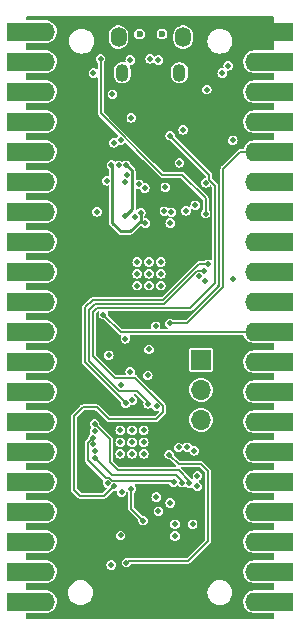
<source format=gbr>
%TF.GenerationSoftware,KiCad,Pcbnew,7.0.7*%
%TF.CreationDate,2023-10-12T13:18:39+07:00*%
%TF.ProjectId,Pico2040-Modular-Rev3-W,5069636f-3230-4343-902d-4d6f64756c61,rev?*%
%TF.SameCoordinates,Original*%
%TF.FileFunction,Copper,L2,Inr*%
%TF.FilePolarity,Positive*%
%FSLAX46Y46*%
G04 Gerber Fmt 4.6, Leading zero omitted, Abs format (unit mm)*
G04 Created by KiCad (PCBNEW 7.0.7) date 2023-10-12 13:18:39*
%MOMM*%
%LPD*%
G01*
G04 APERTURE LIST*
%TA.AperFunction,ComponentPad*%
%ADD10R,1.700000X1.700000*%
%TD*%
%TA.AperFunction,ComponentPad*%
%ADD11O,1.700000X1.700000*%
%TD*%
%TA.AperFunction,ComponentPad*%
%ADD12R,3.200000X1.600000*%
%TD*%
%TA.AperFunction,ComponentPad*%
%ADD13O,1.700000X1.600000*%
%TD*%
%TA.AperFunction,ComponentPad*%
%ADD14O,1.350000X1.700000*%
%TD*%
%TA.AperFunction,ComponentPad*%
%ADD15O,1.100000X1.500000*%
%TD*%
%TA.AperFunction,ViaPad*%
%ADD16C,0.500000*%
%TD*%
%TA.AperFunction,ViaPad*%
%ADD17C,0.600000*%
%TD*%
%TA.AperFunction,Conductor*%
%ADD18C,0.200000*%
%TD*%
%TA.AperFunction,Conductor*%
%ADD19C,0.250000*%
%TD*%
G04 APERTURE END LIST*
D10*
%TO.N,/SWDIO*%
%TO.C,J4*%
X84810000Y-49090000D03*
D11*
%TO.N,GND*%
X84810000Y-51630000D03*
%TO.N,/SWCLK*%
X84810000Y-54170000D03*
%TD*%
D12*
%TO.N,/P0*%
%TO.C,J2*%
X69990000Y-21300000D03*
D13*
X71600000Y-21300000D03*
D12*
%TO.N,/P1*%
X69990000Y-23840000D03*
D13*
X71600000Y-23840000D03*
D12*
%TO.N,GND*%
X69990000Y-26380000D03*
D13*
X71600000Y-26380000D03*
D12*
%TO.N,/P2*%
X69990000Y-28920000D03*
D13*
X71600000Y-28920000D03*
D12*
%TO.N,/P3*%
X69990000Y-31460000D03*
D13*
X71600000Y-31460000D03*
D12*
%TO.N,/P4*%
X69990000Y-34000000D03*
D13*
X71600000Y-34000000D03*
D12*
%TO.N,/P5*%
X69990000Y-36540000D03*
D13*
X71600000Y-36540000D03*
D12*
%TO.N,GND*%
X69990000Y-39080000D03*
D13*
X71600000Y-39080000D03*
D12*
%TO.N,/P6*%
X69990000Y-41620000D03*
D13*
X71600000Y-41620000D03*
D12*
%TO.N,/P7*%
X69990000Y-44160000D03*
D13*
X71600000Y-44160000D03*
D12*
%TO.N,/P8*%
X69990000Y-46700000D03*
D13*
X71600000Y-46700000D03*
D12*
%TO.N,/P9*%
X69990000Y-49240000D03*
D13*
X71600000Y-49240000D03*
D12*
%TO.N,GND*%
X69990000Y-51780000D03*
D13*
X71600000Y-51780000D03*
D12*
%TO.N,/P10*%
X69990000Y-54320000D03*
D13*
X71600000Y-54320000D03*
D12*
%TO.N,/P11*%
X69990000Y-56860000D03*
D13*
X71600000Y-56860000D03*
D12*
%TO.N,/P12*%
X69990000Y-59400000D03*
D13*
X71600000Y-59400000D03*
D12*
%TO.N,/P13*%
X69990000Y-61940000D03*
D13*
X71600000Y-61940000D03*
D12*
%TO.N,GND*%
X69990000Y-64480000D03*
D13*
X71600000Y-64480000D03*
D12*
%TO.N,/P14*%
X69990000Y-67020000D03*
D13*
X71600000Y-67020000D03*
D12*
%TO.N,/P15*%
X69990000Y-69560000D03*
D13*
X71600000Y-69560000D03*
%TD*%
D14*
%TO.N,GND*%
%TO.C,J1*%
X83290000Y-21770000D03*
D15*
X82980000Y-24770000D03*
X78140000Y-24770000D03*
D14*
X77830000Y-21770000D03*
%TD*%
D12*
%TO.N,VBUS*%
%TO.C,J3*%
X91000000Y-21300000D03*
D13*
X89390000Y-21300000D03*
D12*
%TO.N,+3.3V*%
X91000000Y-23840000D03*
D13*
X89390000Y-23840000D03*
D12*
%TO.N,GND*%
X91000000Y-26380000D03*
D13*
X89390000Y-26380000D03*
D12*
%TO.N,+1V1*%
X91000000Y-28920000D03*
D13*
X89390000Y-28920000D03*
D12*
%TO.N,/RESET*%
X91000000Y-31460000D03*
D13*
X89390000Y-31460000D03*
D12*
%TO.N,/P29*%
X91000000Y-34000000D03*
D13*
X89390000Y-34000000D03*
D12*
%TO.N,/P28*%
X91000000Y-36540000D03*
D13*
X89390000Y-36540000D03*
D12*
%TO.N,GND*%
X91000000Y-39080000D03*
D13*
X89390000Y-39080000D03*
D12*
%TO.N,/P27*%
X91000000Y-41620000D03*
D13*
X89390000Y-41620000D03*
D12*
%TO.N,/P26*%
X91000000Y-44160000D03*
D13*
X89390000Y-44160000D03*
D12*
%TO.N,/FLASH_SS*%
X91000000Y-46700000D03*
D13*
X89390000Y-46700000D03*
D12*
%TO.N,unconnected-(J3-Pin_12-Pad12)*%
X91000000Y-49240000D03*
D13*
X89390000Y-49240000D03*
D12*
%TO.N,GND*%
X91000000Y-51780000D03*
D13*
X89390000Y-51780000D03*
D12*
%TO.N,/P21*%
X91000000Y-54320000D03*
D13*
X89390000Y-54320000D03*
D12*
%TO.N,/P20*%
X91000000Y-56860000D03*
D13*
X89390000Y-56860000D03*
D12*
%TO.N,/P19*%
X91000000Y-59400000D03*
D13*
X89390000Y-59400000D03*
D12*
%TO.N,/P18*%
X91000000Y-61940000D03*
D13*
X89390000Y-61940000D03*
D12*
%TO.N,GND*%
X91000000Y-64480000D03*
D13*
X89390000Y-64480000D03*
D12*
%TO.N,/P17*%
X91000000Y-67020000D03*
D13*
X89390000Y-67020000D03*
D12*
%TO.N,/P16*%
X91000000Y-69560000D03*
D13*
X89390000Y-69560000D03*
%TD*%
D16*
%TO.N,GND*%
X79400000Y-42800000D03*
X77190000Y-66450000D03*
X78800000Y-23700000D03*
X78962500Y-55050000D03*
X77962500Y-57050000D03*
X84500000Y-59800000D03*
X79962500Y-55050000D03*
D17*
X81500000Y-21500000D03*
D16*
X79540000Y-34220000D03*
X81400000Y-41800000D03*
X77962500Y-56050000D03*
X80400000Y-48200000D03*
X83300000Y-29600000D03*
X80400000Y-40800000D03*
X81200000Y-61900000D03*
X85300000Y-26200000D03*
X81400000Y-40800000D03*
X84300000Y-36000000D03*
X77000000Y-48700000D03*
X79400000Y-40800000D03*
X77990000Y-63950000D03*
X85200000Y-34100000D03*
X84100000Y-63000000D03*
X78800000Y-50100000D03*
X81780000Y-34455000D03*
D17*
X79600000Y-21500000D03*
D16*
X81000000Y-60700000D03*
X87540000Y-42280000D03*
X87500000Y-30500000D03*
X84500000Y-58900000D03*
X75700000Y-24800000D03*
X82975000Y-32400000D03*
X78400000Y-34000000D03*
X86600000Y-24800000D03*
X79962500Y-57050000D03*
X77962500Y-55050000D03*
X80300000Y-50400000D03*
X79962500Y-56050000D03*
X79400000Y-41800000D03*
X78962500Y-56050000D03*
X81400000Y-42800000D03*
X80400000Y-42800000D03*
X80050000Y-34530000D03*
X80400000Y-41800000D03*
X78000000Y-51200000D03*
X78962500Y-57050000D03*
X82600000Y-64000000D03*
X76000000Y-36555000D03*
X78500000Y-33400000D03*
X77300000Y-26600000D03*
X82600000Y-63000000D03*
X77400000Y-30700000D03*
X78400000Y-47300000D03*
X87100000Y-24200000D03*
%TO.N,/ESP_ANT*%
X78490000Y-66250000D03*
X82100000Y-57100000D03*
%TO.N,+1V1*%
X81700000Y-36500000D03*
X83530000Y-36470000D03*
X80963000Y-46240000D03*
X82200000Y-37500000D03*
X80100000Y-37500000D03*
X82280000Y-36580000D03*
%TO.N,VBUS*%
X83800000Y-26800000D03*
X85800000Y-25000000D03*
X82400000Y-26200000D03*
X86200000Y-26400000D03*
X85300000Y-24000000D03*
%TO.N,/ESP_CLKOUT*%
X82200000Y-61200000D03*
X78080000Y-60290000D03*
%TO.N,/ESP_CLKIN*%
X79900000Y-62700000D03*
X78911779Y-60000000D03*
%TO.N,/DM*%
X81200000Y-23700000D03*
%TO.N,/DP*%
X80500000Y-23600000D03*
%TO.N,/RESET*%
X82162500Y-46000000D03*
X78900000Y-28600000D03*
%TO.N,/P29*%
X85200000Y-36700000D03*
X76300000Y-23600000D03*
%TO.N,/P23*%
X84620000Y-41960000D03*
X78990000Y-52500000D03*
%TO.N,/P22*%
X85180000Y-42400000D03*
X81042510Y-53007490D03*
%TO.N,/FLASH_SS*%
X76820000Y-33920000D03*
X76530000Y-45250000D03*
%TO.N,/FLASH_SD3*%
X79700000Y-36610000D03*
X77220000Y-32590000D03*
%TO.N,/FLASH_CLOCK*%
X77820000Y-32610000D03*
X79200000Y-37000000D03*
%TO.N,/FLASH_SD0*%
X78380000Y-36880000D03*
X78430000Y-32610000D03*
%TO.N,Net-(U4-U0RXD)*%
X78000000Y-30500000D03*
X76888221Y-59511779D03*
%TO.N,/ESPFLASH_D2*%
X83820000Y-59530000D03*
X75790000Y-54510000D03*
%TO.N,/ESPFLASH_D3*%
X82900000Y-56500000D03*
X75790000Y-55110000D03*
%TO.N,/ESPFLASH_SS*%
X82480000Y-59440000D03*
X75680000Y-55660000D03*
%TO.N,/ESPFLASH_CLOCK*%
X75662490Y-56242490D03*
X83640000Y-56480000D03*
%TO.N,/ESPFLASH_D0*%
X75839500Y-56780000D03*
X84240000Y-56780000D03*
%TO.N,/ESPFLASH_D1*%
X83220000Y-59480000D03*
X75863304Y-57356196D03*
%TO.N,Net-(U4-U0TXD)*%
X77400000Y-59800000D03*
X82200000Y-30100000D03*
%TO.N,/P24*%
X80324772Y-52802111D03*
X85080000Y-41550000D03*
%TO.N,/P25*%
X85410000Y-40980000D03*
X78450000Y-52740000D03*
%TD*%
D18*
%TO.N,/ESPFLASH_SS*%
X75210000Y-56130000D02*
X75680000Y-55660000D01*
X75210000Y-57600000D02*
X75210000Y-56130000D01*
X76721779Y-59111779D02*
X75210000Y-57600000D01*
X77288221Y-59346093D02*
X77053907Y-59111779D01*
X82386093Y-59346093D02*
X77288221Y-59346093D01*
X82480000Y-59440000D02*
X82386093Y-59346093D01*
X77053907Y-59111779D02*
X76721779Y-59111779D01*
%TO.N,/ESPFLASH_D1*%
X82700000Y-58800000D02*
X77307108Y-58800000D01*
X77307108Y-58800000D02*
X75863304Y-57356196D01*
X83220000Y-59320000D02*
X82700000Y-58800000D01*
X83220000Y-59480000D02*
X83220000Y-59320000D01*
%TO.N,/ESPFLASH_D2*%
X77800000Y-58400000D02*
X77100000Y-57700000D01*
X77100000Y-55820000D02*
X75790000Y-54510000D01*
X83820000Y-59320000D02*
X82900000Y-58400000D01*
X77100000Y-57700000D02*
X77100000Y-55820000D01*
X83820000Y-59530000D02*
X83820000Y-59320000D01*
X82900000Y-58400000D02*
X77800000Y-58400000D01*
%TO.N,/P25*%
X84624314Y-40980000D02*
X85410000Y-40980000D01*
X75000000Y-49300000D02*
X75000000Y-44650000D01*
X81604314Y-44000000D02*
X84624314Y-40980000D01*
X78440000Y-52740000D02*
X75000000Y-49300000D01*
X78450000Y-52740000D02*
X78440000Y-52740000D01*
X75650000Y-44000000D02*
X81604314Y-44000000D01*
X75000000Y-44650000D02*
X75650000Y-44000000D01*
%TO.N,/P24*%
X84464314Y-41550000D02*
X85080000Y-41550000D01*
X81684314Y-44330000D02*
X84464314Y-41550000D01*
X75830000Y-44330000D02*
X81684314Y-44330000D01*
X75330000Y-49190000D02*
X75330000Y-44830000D01*
X80324772Y-52654772D02*
X79420000Y-51750000D01*
X80324772Y-52802111D02*
X80324772Y-52654772D01*
X79420000Y-51750000D02*
X77890000Y-51750000D01*
X77890000Y-51750000D02*
X75330000Y-49190000D01*
X75330000Y-44830000D02*
X75830000Y-44330000D01*
D19*
%TO.N,/FLASH_SD0*%
X78990000Y-36270000D02*
X78380000Y-36880000D01*
X78990000Y-33080000D02*
X78990000Y-36270000D01*
X78520000Y-32610000D02*
X78990000Y-33080000D01*
X78430000Y-32610000D02*
X78520000Y-32610000D01*
%TO.N,/FLASH_SD3*%
X79700000Y-37300000D02*
X79700000Y-36610000D01*
X78000000Y-38200000D02*
X78800000Y-38200000D01*
X77300000Y-37500000D02*
X78000000Y-38200000D01*
X78800000Y-38200000D02*
X79700000Y-37300000D01*
X77300000Y-32670000D02*
X77300000Y-37500000D01*
X77220000Y-32590000D02*
X77300000Y-32670000D01*
D18*
%TO.N,Net-(U4-U0TXD)*%
X76620000Y-60580000D02*
X77400000Y-59800000D01*
X74520000Y-60580000D02*
X76620000Y-60580000D01*
X74050000Y-60110000D02*
X74520000Y-60580000D01*
X74050000Y-53850000D02*
X74050000Y-60110000D01*
X74790000Y-53110000D02*
X74050000Y-53850000D01*
X76000000Y-53110000D02*
X74790000Y-53110000D01*
X77020000Y-54130000D02*
X76000000Y-53110000D01*
X80960000Y-54130000D02*
X77020000Y-54130000D01*
X81570000Y-53520000D02*
X80960000Y-54130000D01*
X81570000Y-52970000D02*
X81570000Y-53520000D01*
X79200000Y-50600000D02*
X81570000Y-52970000D01*
X77480000Y-50600000D02*
X79200000Y-50600000D01*
X75670000Y-48790000D02*
X77480000Y-50600000D01*
X83890000Y-44710000D02*
X75970000Y-44710000D01*
X86000000Y-34334314D02*
X86000000Y-42600000D01*
X75970000Y-44710000D02*
X75670000Y-45010000D01*
X85500000Y-33400000D02*
X85500000Y-33834314D01*
X75670000Y-45010000D02*
X75670000Y-48790000D01*
X82200000Y-30100000D02*
X85500000Y-33400000D01*
X85500000Y-33834314D02*
X86000000Y-34334314D01*
X86000000Y-42600000D02*
X83890000Y-44710000D01*
%TO.N,/RESET*%
X88140000Y-31460000D02*
X89390000Y-31460000D01*
X86700000Y-32900000D02*
X88140000Y-31460000D01*
X83600000Y-46000000D02*
X86700000Y-42900000D01*
X86700000Y-42900000D02*
X86700000Y-32900000D01*
X82162500Y-46000000D02*
X83600000Y-46000000D01*
%TO.N,/ESP_ANT*%
X84800000Y-57900000D02*
X85400000Y-58500000D01*
X82100000Y-57100000D02*
X82900000Y-57900000D01*
X83700000Y-66100000D02*
X78640000Y-66100000D01*
X85400000Y-58500000D02*
X85400000Y-64400000D01*
X82900000Y-57900000D02*
X84800000Y-57900000D01*
X85400000Y-64400000D02*
X83700000Y-66100000D01*
X78640000Y-66100000D02*
X78490000Y-66250000D01*
%TO.N,/ESP_CLKIN*%
X78911779Y-61711779D02*
X79900000Y-62700000D01*
X78911779Y-60000000D02*
X78911779Y-61711779D01*
%TO.N,/P29*%
X85200000Y-36700000D02*
X85200000Y-35400000D01*
X83200000Y-33400000D02*
X81500000Y-33400000D01*
X76300000Y-28200000D02*
X76300000Y-23600000D01*
X81500000Y-33400000D02*
X76300000Y-28200000D01*
X85200000Y-35400000D02*
X83200000Y-33400000D01*
%TO.N,/FLASH_SS*%
X78040000Y-46760000D02*
X89330000Y-46760000D01*
X76530000Y-45250000D02*
X78040000Y-46760000D01*
X89330000Y-46760000D02*
X89390000Y-46700000D01*
%TD*%
%TA.AperFunction,Conductor*%
%TO.N,VBUS*%
G36*
X90973066Y-20017813D02*
G01*
X90998376Y-20061650D01*
X90999500Y-20074500D01*
X90999500Y-22815500D01*
X90982187Y-22863066D01*
X90938350Y-22888376D01*
X90925500Y-22889500D01*
X89291786Y-22889500D01*
X89147682Y-22904153D01*
X89147677Y-22904154D01*
X88963237Y-22962023D01*
X88963232Y-22962025D01*
X88794209Y-23055841D01*
X88794206Y-23055843D01*
X88647530Y-23181761D01*
X88529206Y-23334623D01*
X88529203Y-23334626D01*
X88444069Y-23508186D01*
X88395614Y-23695329D01*
X88386782Y-23869500D01*
X88385824Y-23888390D01*
X88415097Y-24079474D01*
X88482236Y-24260753D01*
X88482237Y-24260754D01*
X88584487Y-24424802D01*
X88584491Y-24424807D01*
X88717674Y-24564917D01*
X88717677Y-24564919D01*
X88876342Y-24675353D01*
X88975661Y-24717974D01*
X89046803Y-24748504D01*
X89053988Y-24751587D01*
X89053993Y-24751588D01*
X89243337Y-24790499D01*
X89243342Y-24790499D01*
X89243344Y-24790500D01*
X89385180Y-24790500D01*
X90925500Y-24790500D01*
X90973066Y-24807813D01*
X90998376Y-24851650D01*
X90999500Y-24864500D01*
X90999500Y-25355500D01*
X90982187Y-25403066D01*
X90938350Y-25428376D01*
X90925500Y-25429500D01*
X89291786Y-25429500D01*
X89147682Y-25444153D01*
X89147677Y-25444154D01*
X88963237Y-25502023D01*
X88963232Y-25502025D01*
X88794209Y-25595841D01*
X88794206Y-25595843D01*
X88647530Y-25721761D01*
X88529206Y-25874623D01*
X88529203Y-25874626D01*
X88444069Y-26048186D01*
X88395614Y-26235329D01*
X88390732Y-26331610D01*
X88385824Y-26428390D01*
X88415097Y-26619474D01*
X88482236Y-26800753D01*
X88482237Y-26800754D01*
X88584487Y-26964802D01*
X88584491Y-26964807D01*
X88717674Y-27104917D01*
X88717677Y-27104919D01*
X88876342Y-27215353D01*
X88975661Y-27257974D01*
X89046803Y-27288504D01*
X89053988Y-27291587D01*
X89053993Y-27291588D01*
X89243337Y-27330499D01*
X89243342Y-27330499D01*
X89243344Y-27330500D01*
X89385180Y-27330500D01*
X90925500Y-27330500D01*
X90973066Y-27347813D01*
X90998376Y-27391650D01*
X90999500Y-27404500D01*
X90999500Y-27895500D01*
X90982187Y-27943066D01*
X90938350Y-27968376D01*
X90925500Y-27969500D01*
X89291786Y-27969500D01*
X89147682Y-27984153D01*
X89147677Y-27984154D01*
X88963237Y-28042023D01*
X88963232Y-28042025D01*
X88794209Y-28135841D01*
X88794206Y-28135843D01*
X88647530Y-28261761D01*
X88529206Y-28414623D01*
X88529203Y-28414626D01*
X88444069Y-28588186D01*
X88395614Y-28775329D01*
X88392419Y-28838342D01*
X88385824Y-28968390D01*
X88415097Y-29159474D01*
X88482236Y-29340753D01*
X88482237Y-29340754D01*
X88584487Y-29504802D01*
X88584491Y-29504807D01*
X88717674Y-29644917D01*
X88717677Y-29644919D01*
X88876342Y-29755353D01*
X88975661Y-29797974D01*
X89046803Y-29828504D01*
X89053988Y-29831587D01*
X89053993Y-29831588D01*
X89243337Y-29870499D01*
X89243342Y-29870499D01*
X89243344Y-29870500D01*
X89385180Y-29870500D01*
X90925500Y-29870500D01*
X90973066Y-29887813D01*
X90998376Y-29931650D01*
X90999500Y-29944500D01*
X90999500Y-30435500D01*
X90982187Y-30483066D01*
X90938350Y-30508376D01*
X90925500Y-30509500D01*
X89291786Y-30509500D01*
X89147682Y-30524153D01*
X89147677Y-30524154D01*
X88963237Y-30582023D01*
X88963232Y-30582025D01*
X88794209Y-30675841D01*
X88794206Y-30675843D01*
X88647530Y-30801761D01*
X88529206Y-30954623D01*
X88529203Y-30954626D01*
X88465757Y-31083971D01*
X88444070Y-31128184D01*
X88437373Y-31154049D01*
X88408692Y-31195756D01*
X88365736Y-31209500D01*
X88171967Y-31209500D01*
X88157530Y-31208078D01*
X88140001Y-31204591D01*
X88140000Y-31204591D01*
X88039186Y-31224644D01*
X88033131Y-31230133D01*
X87959399Y-31279398D01*
X87959397Y-31279400D01*
X87949468Y-31294259D01*
X87940268Y-31305469D01*
X86545472Y-32700266D01*
X86534262Y-32709466D01*
X86519400Y-32719397D01*
X86519398Y-32719399D01*
X86488514Y-32765622D01*
X86464034Y-32802258D01*
X86444592Y-32900000D01*
X86448078Y-32917525D01*
X86449500Y-32931962D01*
X86449500Y-42765587D01*
X86432187Y-42813153D01*
X86427826Y-42817913D01*
X83517914Y-45727826D01*
X83472038Y-45749218D01*
X83465588Y-45749500D01*
X82509044Y-45749500D01*
X82461478Y-45732187D01*
X82456718Y-45727826D01*
X82400843Y-45671951D01*
X82400842Y-45671950D01*
X82287804Y-45614354D01*
X82287802Y-45614353D01*
X82287801Y-45614353D01*
X82162500Y-45594508D01*
X82037198Y-45614353D01*
X81924156Y-45671951D01*
X81834451Y-45761656D01*
X81776853Y-45874698D01*
X81757008Y-46000000D01*
X81776853Y-46125301D01*
X81776853Y-46125302D01*
X81776854Y-46125304D01*
X81834450Y-46238342D01*
X81924158Y-46328050D01*
X82005638Y-46369566D01*
X82040159Y-46406586D01*
X82042809Y-46457135D01*
X82012345Y-46497562D01*
X81972042Y-46509500D01*
X81395931Y-46509500D01*
X81348365Y-46492187D01*
X81323055Y-46448350D01*
X81329995Y-46401907D01*
X81348646Y-46365304D01*
X81368492Y-46240000D01*
X81348646Y-46114696D01*
X81291050Y-46001658D01*
X81201342Y-45911950D01*
X81088304Y-45854354D01*
X81088302Y-45854353D01*
X81088301Y-45854353D01*
X80963000Y-45834508D01*
X80837698Y-45854353D01*
X80724656Y-45911951D01*
X80634951Y-46001656D01*
X80577353Y-46114698D01*
X80557508Y-46240000D01*
X80577353Y-46365301D01*
X80577353Y-46365302D01*
X80577354Y-46365304D01*
X80596004Y-46401907D01*
X80602172Y-46452146D01*
X80574603Y-46494599D01*
X80530069Y-46509500D01*
X78174412Y-46509500D01*
X78126846Y-46492187D01*
X78122086Y-46487826D01*
X76955148Y-45320888D01*
X76933756Y-45275012D01*
X76934386Y-45256983D01*
X76935492Y-45250001D01*
X76935492Y-45250000D01*
X76915646Y-45124697D01*
X76915646Y-45124696D01*
X76886805Y-45068094D01*
X76880637Y-45017854D01*
X76908205Y-44975401D01*
X76952740Y-44960500D01*
X83858038Y-44960500D01*
X83872474Y-44961921D01*
X83890000Y-44965408D01*
X83987741Y-44945966D01*
X84038185Y-44912260D01*
X84070601Y-44890601D01*
X84080533Y-44875734D01*
X84089727Y-44864531D01*
X86154534Y-42799725D01*
X86165737Y-42790531D01*
X86180601Y-42780601D01*
X86230833Y-42705423D01*
X86235966Y-42697740D01*
X86255409Y-42600000D01*
X86251922Y-42582470D01*
X86250500Y-42568033D01*
X86250500Y-34366280D01*
X86251922Y-34351842D01*
X86255409Y-34334314D01*
X86235966Y-34236574D01*
X86194578Y-34174631D01*
X86194577Y-34174630D01*
X86183694Y-34158342D01*
X86180603Y-34153715D01*
X86180601Y-34153714D01*
X86180601Y-34153713D01*
X86165738Y-34143782D01*
X86154530Y-34134583D01*
X85772174Y-33752227D01*
X85750782Y-33706351D01*
X85750500Y-33699901D01*
X85750500Y-33431966D01*
X85751922Y-33417528D01*
X85752386Y-33415197D01*
X85755409Y-33400000D01*
X85735966Y-33302260D01*
X85694578Y-33240317D01*
X85694577Y-33240316D01*
X85680601Y-33219399D01*
X85665738Y-33209468D01*
X85654530Y-33200269D01*
X82954260Y-30500000D01*
X87094508Y-30500000D01*
X87114353Y-30625301D01*
X87114353Y-30625302D01*
X87114354Y-30625304D01*
X87171950Y-30738342D01*
X87261658Y-30828050D01*
X87374696Y-30885646D01*
X87500000Y-30905492D01*
X87625304Y-30885646D01*
X87738342Y-30828050D01*
X87828050Y-30738342D01*
X87885646Y-30625304D01*
X87905492Y-30500000D01*
X87885646Y-30374696D01*
X87828050Y-30261658D01*
X87738342Y-30171950D01*
X87625304Y-30114354D01*
X87625302Y-30114353D01*
X87625301Y-30114353D01*
X87500000Y-30094508D01*
X87374698Y-30114353D01*
X87261656Y-30171951D01*
X87171951Y-30261656D01*
X87114353Y-30374698D01*
X87094508Y-30500000D01*
X82954260Y-30500000D01*
X82625148Y-30170888D01*
X82603756Y-30125012D01*
X82604386Y-30106983D01*
X82605492Y-30100001D01*
X82605492Y-30100000D01*
X82597139Y-30047262D01*
X82585646Y-29974696D01*
X82528050Y-29861658D01*
X82438342Y-29771950D01*
X82325304Y-29714354D01*
X82325302Y-29714353D01*
X82325301Y-29714353D01*
X82200000Y-29694508D01*
X82074698Y-29714353D01*
X81961656Y-29771951D01*
X81871951Y-29861656D01*
X81814353Y-29974698D01*
X81794508Y-30100000D01*
X81814353Y-30225301D01*
X81814353Y-30225302D01*
X81814354Y-30225304D01*
X81871950Y-30338342D01*
X81961658Y-30428050D01*
X82074696Y-30485646D01*
X82200000Y-30505492D01*
X82200002Y-30505492D01*
X82206983Y-30504386D01*
X82256672Y-30514042D01*
X82270888Y-30525148D01*
X85227826Y-33482086D01*
X85249218Y-33527962D01*
X85249500Y-33534412D01*
X85249500Y-33623465D01*
X85232187Y-33671031D01*
X85188350Y-33696341D01*
X85187077Y-33696554D01*
X85074698Y-33714353D01*
X84961656Y-33771951D01*
X84871951Y-33861656D01*
X84814353Y-33974698D01*
X84794508Y-34100000D01*
X84814353Y-34225301D01*
X84814353Y-34225302D01*
X84814354Y-34225304D01*
X84871950Y-34338342D01*
X84961658Y-34428050D01*
X85074696Y-34485646D01*
X85200000Y-34505492D01*
X85325304Y-34485646D01*
X85438342Y-34428050D01*
X85528050Y-34338342D01*
X85528052Y-34338337D01*
X85528339Y-34337944D01*
X85528673Y-34337718D01*
X85532168Y-34334224D01*
X85532846Y-34334902D01*
X85570302Y-34309635D01*
X85620644Y-34314923D01*
X85640535Y-34329110D01*
X85727826Y-34416400D01*
X85749218Y-34462276D01*
X85749500Y-34468726D01*
X85749500Y-36668971D01*
X85738121Y-36700233D01*
X85748140Y-36716908D01*
X85749500Y-36731028D01*
X85749500Y-40582735D01*
X85732187Y-40630301D01*
X85688350Y-40655611D01*
X85641905Y-40648670D01*
X85605854Y-40630301D01*
X85535304Y-40594354D01*
X85535302Y-40594353D01*
X85535301Y-40594353D01*
X85410000Y-40574508D01*
X85284698Y-40594353D01*
X85171656Y-40651951D01*
X85115782Y-40707826D01*
X85069906Y-40729218D01*
X85063456Y-40729500D01*
X84656276Y-40729500D01*
X84641839Y-40728078D01*
X84624314Y-40724592D01*
X84526571Y-40744034D01*
X84500766Y-40761278D01*
X84443713Y-40799398D01*
X84443711Y-40799400D01*
X84433780Y-40814262D01*
X84424580Y-40825472D01*
X81522228Y-43727826D01*
X81476352Y-43749218D01*
X81469902Y-43749500D01*
X75681967Y-43749500D01*
X75667530Y-43748078D01*
X75650001Y-43744591D01*
X75650000Y-43744591D01*
X75549186Y-43764644D01*
X75543131Y-43770133D01*
X75469399Y-43819398D01*
X75469397Y-43819400D01*
X75459468Y-43834259D01*
X75450268Y-43845469D01*
X74845472Y-44450266D01*
X74834262Y-44459466D01*
X74819400Y-44469397D01*
X74819398Y-44469399D01*
X74819399Y-44469399D01*
X74804421Y-44491816D01*
X74764034Y-44552259D01*
X74744592Y-44650000D01*
X74747650Y-44665376D01*
X74748078Y-44667525D01*
X74749500Y-44681962D01*
X74749500Y-49268037D01*
X74748078Y-49282473D01*
X74746902Y-49288388D01*
X74744592Y-49300000D01*
X74764034Y-49397741D01*
X74782894Y-49425966D01*
X74801206Y-49453373D01*
X74819397Y-49480599D01*
X74819398Y-49480599D01*
X74819399Y-49480601D01*
X74834260Y-49490531D01*
X74845472Y-49499732D01*
X78023484Y-52677745D01*
X78044876Y-52723621D01*
X78044508Y-52734177D01*
X78044508Y-52739999D01*
X78044508Y-52740000D01*
X78047190Y-52756934D01*
X78064353Y-52865301D01*
X78064353Y-52865302D01*
X78064354Y-52865304D01*
X78121950Y-52978342D01*
X78211658Y-53068050D01*
X78324696Y-53125646D01*
X78450000Y-53145492D01*
X78575304Y-53125646D01*
X78688342Y-53068050D01*
X78778050Y-52978342D01*
X78803815Y-52927773D01*
X78840835Y-52893251D01*
X78881323Y-52888279D01*
X78990000Y-52905492D01*
X79115304Y-52885646D01*
X79228342Y-52828050D01*
X79318050Y-52738342D01*
X79375646Y-52625304D01*
X79395492Y-52500000D01*
X79375646Y-52374696D01*
X79318050Y-52261658D01*
X79228342Y-52171950D01*
X79166487Y-52140433D01*
X79131967Y-52103414D01*
X79129317Y-52052865D01*
X79159781Y-52012438D01*
X79200084Y-52000500D01*
X79285588Y-52000500D01*
X79333154Y-52017813D01*
X79337914Y-52022174D01*
X79920161Y-52604422D01*
X79941553Y-52650299D01*
X79939204Y-52670923D01*
X79940037Y-52671055D01*
X79919280Y-52802111D01*
X79939125Y-52927412D01*
X79939125Y-52927413D01*
X79939126Y-52927415D01*
X79996722Y-53040453D01*
X80086430Y-53130161D01*
X80199468Y-53187757D01*
X80324772Y-53207603D01*
X80450076Y-53187757D01*
X80563114Y-53130161D01*
X80563115Y-53130159D01*
X80568304Y-53127516D01*
X80569340Y-53129549D01*
X80609083Y-53118133D01*
X80655335Y-53138699D01*
X80669890Y-53158360D01*
X80714458Y-53245830D01*
X80714460Y-53245832D01*
X80804168Y-53335540D01*
X80917206Y-53393136D01*
X81042510Y-53412982D01*
X81150554Y-53395869D01*
X81200241Y-53405527D01*
X81232097Y-53444866D01*
X81231214Y-53495477D01*
X81214455Y-53521284D01*
X80877914Y-53857826D01*
X80832038Y-53879218D01*
X80825588Y-53879500D01*
X77154413Y-53879500D01*
X77106847Y-53862187D01*
X77102087Y-53857826D01*
X76199732Y-52955472D01*
X76190531Y-52944260D01*
X76180601Y-52929399D01*
X76177628Y-52927412D01*
X76109940Y-52882185D01*
X76097741Y-52874034D01*
X76000000Y-52854592D01*
X75982475Y-52858078D01*
X75968038Y-52859500D01*
X74821962Y-52859500D01*
X74807525Y-52858078D01*
X74790000Y-52854592D01*
X74692258Y-52874034D01*
X74680060Y-52882185D01*
X74609399Y-52929398D01*
X74609397Y-52929400D01*
X74599466Y-52944262D01*
X74590266Y-52955472D01*
X73895472Y-53650266D01*
X73884262Y-53659466D01*
X73869400Y-53669397D01*
X73848551Y-53700601D01*
X73814034Y-53752259D01*
X73794592Y-53850000D01*
X73798078Y-53867525D01*
X73799500Y-53881962D01*
X73799500Y-60078037D01*
X73798078Y-60092473D01*
X73794592Y-60110000D01*
X73814034Y-60207741D01*
X73825665Y-60225148D01*
X73832484Y-60235353D01*
X73868996Y-60289999D01*
X73869399Y-60290601D01*
X73884260Y-60300531D01*
X73895472Y-60309732D01*
X74320267Y-60734527D01*
X74329466Y-60745735D01*
X74339399Y-60760601D01*
X74390145Y-60794508D01*
X74422259Y-60815966D01*
X74520000Y-60835408D01*
X74537525Y-60831921D01*
X74551962Y-60830500D01*
X76588038Y-60830500D01*
X76602474Y-60831921D01*
X76620000Y-60835408D01*
X76717741Y-60815966D01*
X76749855Y-60794508D01*
X76800601Y-60760601D01*
X76810533Y-60745734D01*
X76819727Y-60734531D01*
X77329112Y-60225147D01*
X77374988Y-60203756D01*
X77393009Y-60204384D01*
X77400000Y-60205492D01*
X77525304Y-60185646D01*
X77576183Y-60159721D01*
X77626421Y-60153552D01*
X77668874Y-60181121D01*
X77683675Y-60229528D01*
X77682865Y-60237231D01*
X77676412Y-60277976D01*
X77674508Y-60290000D01*
X77676817Y-60304579D01*
X77694353Y-60415301D01*
X77694353Y-60415302D01*
X77694354Y-60415304D01*
X77751950Y-60528342D01*
X77841658Y-60618050D01*
X77954696Y-60675646D01*
X78080000Y-60695492D01*
X78205304Y-60675646D01*
X78318342Y-60618050D01*
X78408050Y-60528342D01*
X78465646Y-60415304D01*
X78483267Y-60304043D01*
X78507807Y-60259773D01*
X78555064Y-60241632D01*
X78602925Y-60258112D01*
X78608681Y-60263294D01*
X78639604Y-60294216D01*
X78660997Y-60340092D01*
X78661279Y-60346543D01*
X78661279Y-61679816D01*
X78659857Y-61694252D01*
X78656371Y-61711777D01*
X78656371Y-61711779D01*
X78675812Y-61809519D01*
X78680905Y-61817140D01*
X78730663Y-61891610D01*
X78731178Y-61892380D01*
X78746039Y-61902310D01*
X78757251Y-61911511D01*
X79474851Y-62629112D01*
X79496243Y-62674989D01*
X79495615Y-62693010D01*
X79494508Y-62700000D01*
X79514353Y-62825301D01*
X79514353Y-62825302D01*
X79514354Y-62825304D01*
X79571950Y-62938342D01*
X79661658Y-63028050D01*
X79774696Y-63085646D01*
X79900000Y-63105492D01*
X80025304Y-63085646D01*
X80138342Y-63028050D01*
X80166392Y-63000000D01*
X82194508Y-63000000D01*
X82214353Y-63125301D01*
X82214353Y-63125302D01*
X82214354Y-63125304D01*
X82271950Y-63238342D01*
X82361658Y-63328050D01*
X82474696Y-63385646D01*
X82600000Y-63405492D01*
X82725304Y-63385646D01*
X82838342Y-63328050D01*
X82928050Y-63238342D01*
X82985646Y-63125304D01*
X83005492Y-63000000D01*
X83694508Y-63000000D01*
X83714353Y-63125301D01*
X83714353Y-63125302D01*
X83714354Y-63125304D01*
X83771950Y-63238342D01*
X83861658Y-63328050D01*
X83974696Y-63385646D01*
X84100000Y-63405492D01*
X84225304Y-63385646D01*
X84338342Y-63328050D01*
X84428050Y-63238342D01*
X84485646Y-63125304D01*
X84505492Y-63000000D01*
X84485646Y-62874696D01*
X84428050Y-62761658D01*
X84338342Y-62671950D01*
X84225304Y-62614354D01*
X84225302Y-62614353D01*
X84225301Y-62614353D01*
X84100000Y-62594508D01*
X83974698Y-62614353D01*
X83861656Y-62671951D01*
X83771951Y-62761656D01*
X83714353Y-62874698D01*
X83694508Y-63000000D01*
X83005492Y-63000000D01*
X82985646Y-62874696D01*
X82928050Y-62761658D01*
X82838342Y-62671950D01*
X82725304Y-62614354D01*
X82725302Y-62614353D01*
X82725301Y-62614353D01*
X82600000Y-62594508D01*
X82474698Y-62614353D01*
X82361656Y-62671951D01*
X82271951Y-62761656D01*
X82214353Y-62874698D01*
X82194508Y-63000000D01*
X80166392Y-63000000D01*
X80228050Y-62938342D01*
X80285646Y-62825304D01*
X80305492Y-62700000D01*
X80285646Y-62574696D01*
X80228050Y-62461658D01*
X80138342Y-62371950D01*
X80025304Y-62314354D01*
X80025302Y-62314353D01*
X80025301Y-62314353D01*
X79900000Y-62294508D01*
X79893010Y-62295615D01*
X79843322Y-62285953D01*
X79829112Y-62274851D01*
X79454261Y-61900000D01*
X80794508Y-61900000D01*
X80814353Y-62025301D01*
X80814353Y-62025302D01*
X80814354Y-62025304D01*
X80871950Y-62138342D01*
X80961658Y-62228050D01*
X81074696Y-62285646D01*
X81200000Y-62305492D01*
X81325304Y-62285646D01*
X81438342Y-62228050D01*
X81528050Y-62138342D01*
X81585646Y-62025304D01*
X81605492Y-61900000D01*
X81585646Y-61774696D01*
X81528050Y-61661658D01*
X81438342Y-61571950D01*
X81325304Y-61514354D01*
X81325302Y-61514353D01*
X81325301Y-61514353D01*
X81200000Y-61494508D01*
X81074698Y-61514353D01*
X80961656Y-61571951D01*
X80871951Y-61661656D01*
X80814353Y-61774698D01*
X80794508Y-61900000D01*
X79454261Y-61900000D01*
X79183953Y-61629692D01*
X79162561Y-61583816D01*
X79162279Y-61577366D01*
X79162279Y-61200000D01*
X81794508Y-61200000D01*
X81814353Y-61325301D01*
X81814353Y-61325302D01*
X81814354Y-61325304D01*
X81871950Y-61438342D01*
X81961658Y-61528050D01*
X82074696Y-61585646D01*
X82200000Y-61605492D01*
X82325304Y-61585646D01*
X82438342Y-61528050D01*
X82528050Y-61438342D01*
X82585646Y-61325304D01*
X82605492Y-61200000D01*
X82585646Y-61074696D01*
X82528050Y-60961658D01*
X82438342Y-60871950D01*
X82325304Y-60814354D01*
X82325302Y-60814353D01*
X82325301Y-60814353D01*
X82200000Y-60794508D01*
X82074698Y-60814353D01*
X81961656Y-60871951D01*
X81871951Y-60961656D01*
X81814353Y-61074698D01*
X81794508Y-61200000D01*
X79162279Y-61200000D01*
X79162279Y-60700000D01*
X80594508Y-60700000D01*
X80614353Y-60825301D01*
X80614353Y-60825302D01*
X80614354Y-60825304D01*
X80671950Y-60938342D01*
X80761658Y-61028050D01*
X80874696Y-61085646D01*
X81000000Y-61105492D01*
X81125304Y-61085646D01*
X81238342Y-61028050D01*
X81328050Y-60938342D01*
X81385646Y-60825304D01*
X81405492Y-60700000D01*
X81385646Y-60574696D01*
X81328050Y-60461658D01*
X81238342Y-60371950D01*
X81125304Y-60314354D01*
X81125302Y-60314353D01*
X81125301Y-60314353D01*
X81000000Y-60294508D01*
X80874698Y-60314353D01*
X80874696Y-60314353D01*
X80874696Y-60314354D01*
X80845524Y-60329218D01*
X80761656Y-60371951D01*
X80671951Y-60461656D01*
X80614353Y-60574698D01*
X80594508Y-60700000D01*
X79162279Y-60700000D01*
X79162279Y-60346543D01*
X79179592Y-60298977D01*
X79183954Y-60294217D01*
X79239826Y-60238345D01*
X79239826Y-60238344D01*
X79239829Y-60238342D01*
X79297425Y-60125304D01*
X79317271Y-60000000D01*
X79297425Y-59874696D01*
X79239829Y-59761658D01*
X79201090Y-59722919D01*
X79179698Y-59677043D01*
X79192799Y-59628148D01*
X79234263Y-59599114D01*
X79253416Y-59596593D01*
X82064949Y-59596593D01*
X82112515Y-59613906D01*
X82130883Y-59636997D01*
X82141454Y-59657743D01*
X82151950Y-59678342D01*
X82241658Y-59768050D01*
X82354696Y-59825646D01*
X82480000Y-59845492D01*
X82605304Y-59825646D01*
X82718342Y-59768050D01*
X82778546Y-59707846D01*
X82824422Y-59686453D01*
X82873316Y-59699553D01*
X82890742Y-59716679D01*
X82891950Y-59718342D01*
X82981658Y-59808050D01*
X83094696Y-59865646D01*
X83220000Y-59885492D01*
X83345304Y-59865646D01*
X83458342Y-59808050D01*
X83458344Y-59808047D01*
X83459005Y-59807711D01*
X83509247Y-59801542D01*
X83544927Y-59821319D01*
X83581658Y-59858050D01*
X83694696Y-59915646D01*
X83820000Y-59935492D01*
X83945304Y-59915646D01*
X84010451Y-59882451D01*
X84060691Y-59876283D01*
X84103144Y-59903851D01*
X84111633Y-59920154D01*
X84111711Y-59920115D01*
X84114353Y-59925301D01*
X84114354Y-59925304D01*
X84171950Y-60038342D01*
X84261658Y-60128050D01*
X84374696Y-60185646D01*
X84500000Y-60205492D01*
X84625304Y-60185646D01*
X84738342Y-60128050D01*
X84828050Y-60038342D01*
X84885646Y-59925304D01*
X84905492Y-59800000D01*
X84885646Y-59674696D01*
X84828050Y-59561658D01*
X84738342Y-59471950D01*
X84628403Y-59415933D01*
X84593883Y-59378914D01*
X84591233Y-59328365D01*
X84621697Y-59287938D01*
X84628390Y-59284073D01*
X84738342Y-59228050D01*
X84828050Y-59138342D01*
X84885646Y-59025304D01*
X84905492Y-58900000D01*
X84885646Y-58774696D01*
X84828050Y-58661658D01*
X84738342Y-58571950D01*
X84625304Y-58514354D01*
X84625302Y-58514353D01*
X84625301Y-58514353D01*
X84500000Y-58494508D01*
X84374698Y-58514353D01*
X84261656Y-58571951D01*
X84171951Y-58661656D01*
X84114353Y-58774698D01*
X84094508Y-58900000D01*
X84114353Y-59025301D01*
X84114353Y-59025302D01*
X84114354Y-59025304D01*
X84127192Y-59050500D01*
X84152165Y-59099512D01*
X84158333Y-59149754D01*
X84130764Y-59192206D01*
X84082357Y-59207006D01*
X84052616Y-59199032D01*
X84051351Y-59198387D01*
X84023436Y-59173574D01*
X84000602Y-59139400D01*
X84000601Y-59139399D01*
X83985735Y-59129466D01*
X83974527Y-59120267D01*
X83131086Y-58276826D01*
X83109694Y-58230950D01*
X83122795Y-58182055D01*
X83164259Y-58153021D01*
X83183412Y-58150500D01*
X84665588Y-58150500D01*
X84713154Y-58167813D01*
X84717914Y-58172174D01*
X85127826Y-58582086D01*
X85149218Y-58627962D01*
X85149500Y-58634412D01*
X85149500Y-64265588D01*
X85132187Y-64313154D01*
X85127826Y-64317914D01*
X83617914Y-65827826D01*
X83572038Y-65849218D01*
X83565588Y-65849500D01*
X78671962Y-65849500D01*
X78657525Y-65848078D01*
X78640001Y-65844592D01*
X78639997Y-65844592D01*
X78586701Y-65855192D01*
X78560691Y-65855703D01*
X78490001Y-65844508D01*
X78490000Y-65844508D01*
X78364698Y-65864353D01*
X78251656Y-65921951D01*
X78161951Y-66011656D01*
X78104353Y-66124698D01*
X78084508Y-66250000D01*
X78104353Y-66375301D01*
X78104353Y-66375302D01*
X78104354Y-66375304D01*
X78161950Y-66488342D01*
X78251658Y-66578050D01*
X78364696Y-66635646D01*
X78490000Y-66655492D01*
X78615304Y-66635646D01*
X78728342Y-66578050D01*
X78818050Y-66488342D01*
X78867697Y-66390903D01*
X78904717Y-66356383D01*
X78933631Y-66350500D01*
X83668038Y-66350500D01*
X83682474Y-66351921D01*
X83700000Y-66355408D01*
X83797741Y-66335966D01*
X83827536Y-66316057D01*
X83880601Y-66280601D01*
X83890533Y-66265734D01*
X83899727Y-66254531D01*
X85554531Y-64599727D01*
X85565734Y-64590533D01*
X85580601Y-64580601D01*
X85620311Y-64521170D01*
X85635966Y-64497741D01*
X85655408Y-64400000D01*
X85651922Y-64382473D01*
X85650500Y-64368037D01*
X85650500Y-58531961D01*
X85651922Y-58517523D01*
X85655408Y-58500000D01*
X85635966Y-58402259D01*
X85616057Y-58372463D01*
X85580601Y-58319399D01*
X85565735Y-58309466D01*
X85554527Y-58300267D01*
X84999732Y-57745472D01*
X84990531Y-57734260D01*
X84980601Y-57719399D01*
X84948188Y-57697741D01*
X84913882Y-57674819D01*
X84897741Y-57664034D01*
X84800000Y-57644592D01*
X84782475Y-57648078D01*
X84768038Y-57649500D01*
X83034413Y-57649500D01*
X82986847Y-57632187D01*
X82982087Y-57627826D01*
X82525148Y-57170887D01*
X82503756Y-57125011D01*
X82504386Y-57106981D01*
X82505492Y-57100000D01*
X82485646Y-56974698D01*
X82485646Y-56974696D01*
X82428050Y-56861658D01*
X82338342Y-56771950D01*
X82225304Y-56714354D01*
X82225302Y-56714353D01*
X82225301Y-56714353D01*
X82100000Y-56694508D01*
X81974698Y-56714353D01*
X81861656Y-56771951D01*
X81771951Y-56861656D01*
X81714353Y-56974698D01*
X81694508Y-57100000D01*
X81714353Y-57225301D01*
X81714353Y-57225302D01*
X81714354Y-57225304D01*
X81771950Y-57338342D01*
X81861658Y-57428050D01*
X81974696Y-57485646D01*
X82100000Y-57505492D01*
X82106981Y-57504386D01*
X82156671Y-57514042D01*
X82170887Y-57525148D01*
X82668913Y-58023174D01*
X82690305Y-58069050D01*
X82677204Y-58117945D01*
X82635740Y-58146979D01*
X82616587Y-58149500D01*
X77934412Y-58149500D01*
X77886846Y-58132187D01*
X77882086Y-58127826D01*
X77372174Y-57617914D01*
X77350782Y-57572038D01*
X77350500Y-57565588D01*
X77350500Y-57050000D01*
X77557008Y-57050000D01*
X77576853Y-57175301D01*
X77576853Y-57175302D01*
X77576854Y-57175304D01*
X77634450Y-57288342D01*
X77724158Y-57378050D01*
X77837196Y-57435646D01*
X77962500Y-57455492D01*
X78087804Y-57435646D01*
X78200842Y-57378050D01*
X78290550Y-57288342D01*
X78348146Y-57175304D01*
X78367992Y-57050000D01*
X78557008Y-57050000D01*
X78576853Y-57175301D01*
X78576853Y-57175302D01*
X78576854Y-57175304D01*
X78634450Y-57288342D01*
X78724158Y-57378050D01*
X78837196Y-57435646D01*
X78962500Y-57455492D01*
X79087804Y-57435646D01*
X79200842Y-57378050D01*
X79290550Y-57288342D01*
X79348146Y-57175304D01*
X79367992Y-57050000D01*
X79557008Y-57050000D01*
X79576853Y-57175301D01*
X79576853Y-57175302D01*
X79576854Y-57175304D01*
X79634450Y-57288342D01*
X79724158Y-57378050D01*
X79837196Y-57435646D01*
X79962500Y-57455492D01*
X80087804Y-57435646D01*
X80200842Y-57378050D01*
X80290550Y-57288342D01*
X80348146Y-57175304D01*
X80367992Y-57050000D01*
X80348146Y-56924696D01*
X80290550Y-56811658D01*
X80200842Y-56721950D01*
X80087804Y-56664354D01*
X80087802Y-56664353D01*
X80087801Y-56664353D01*
X79962500Y-56644508D01*
X79837198Y-56664353D01*
X79724156Y-56721951D01*
X79634451Y-56811656D01*
X79576853Y-56924698D01*
X79557008Y-57050000D01*
X79367992Y-57050000D01*
X79348146Y-56924696D01*
X79290550Y-56811658D01*
X79200842Y-56721950D01*
X79087804Y-56664354D01*
X79087802Y-56664353D01*
X79087801Y-56664353D01*
X78962500Y-56644508D01*
X78837198Y-56664353D01*
X78724156Y-56721951D01*
X78634451Y-56811656D01*
X78576853Y-56924698D01*
X78557008Y-57050000D01*
X78367992Y-57050000D01*
X78348146Y-56924696D01*
X78290550Y-56811658D01*
X78200842Y-56721950D01*
X78087804Y-56664354D01*
X78087802Y-56664353D01*
X78087801Y-56664353D01*
X77962500Y-56644508D01*
X77837198Y-56664353D01*
X77724156Y-56721951D01*
X77634451Y-56811656D01*
X77576853Y-56924698D01*
X77557008Y-57050000D01*
X77350500Y-57050000D01*
X77350500Y-56500000D01*
X82494508Y-56500000D01*
X82514353Y-56625301D01*
X82514353Y-56625302D01*
X82514354Y-56625304D01*
X82571950Y-56738342D01*
X82661658Y-56828050D01*
X82774696Y-56885646D01*
X82900000Y-56905492D01*
X83025304Y-56885646D01*
X83138342Y-56828050D01*
X83227674Y-56738717D01*
X83273550Y-56717326D01*
X83322445Y-56730427D01*
X83332326Y-56738718D01*
X83401658Y-56808050D01*
X83514696Y-56865646D01*
X83640000Y-56885492D01*
X83765304Y-56865646D01*
X83765304Y-56865645D01*
X83771056Y-56864735D01*
X83771293Y-56866232D01*
X83814841Y-56867749D01*
X83852462Y-56901616D01*
X83853061Y-56902767D01*
X83864236Y-56924698D01*
X83911950Y-57018342D01*
X84001658Y-57108050D01*
X84114696Y-57165646D01*
X84240000Y-57185492D01*
X84365304Y-57165646D01*
X84478342Y-57108050D01*
X84568050Y-57018342D01*
X84625646Y-56905304D01*
X84645492Y-56780000D01*
X84625646Y-56654696D01*
X84568050Y-56541658D01*
X84478342Y-56451950D01*
X84365304Y-56394354D01*
X84365302Y-56394353D01*
X84365301Y-56394353D01*
X84240000Y-56374508D01*
X84108944Y-56395265D01*
X84108707Y-56393771D01*
X84065140Y-56392243D01*
X84027528Y-56358366D01*
X84026938Y-56357231D01*
X83968051Y-56241659D01*
X83878343Y-56151951D01*
X83878342Y-56151950D01*
X83765304Y-56094354D01*
X83765302Y-56094353D01*
X83765301Y-56094353D01*
X83640000Y-56074508D01*
X83514698Y-56094353D01*
X83401656Y-56151951D01*
X83312326Y-56241282D01*
X83266450Y-56262674D01*
X83217555Y-56249573D01*
X83207674Y-56241282D01*
X83138343Y-56171951D01*
X83138342Y-56171950D01*
X83025304Y-56114354D01*
X83025302Y-56114353D01*
X83025301Y-56114353D01*
X82900000Y-56094508D01*
X82774698Y-56114353D01*
X82661656Y-56171951D01*
X82571951Y-56261656D01*
X82514353Y-56374698D01*
X82494508Y-56500000D01*
X77350500Y-56500000D01*
X77350500Y-56050000D01*
X77557008Y-56050000D01*
X77576853Y-56175301D01*
X77576853Y-56175302D01*
X77576854Y-56175304D01*
X77634450Y-56288342D01*
X77724158Y-56378050D01*
X77837196Y-56435646D01*
X77962500Y-56455492D01*
X78087804Y-56435646D01*
X78200842Y-56378050D01*
X78290550Y-56288342D01*
X78348146Y-56175304D01*
X78367992Y-56050000D01*
X78557008Y-56050000D01*
X78576853Y-56175301D01*
X78576853Y-56175302D01*
X78576854Y-56175304D01*
X78634450Y-56288342D01*
X78724158Y-56378050D01*
X78837196Y-56435646D01*
X78962500Y-56455492D01*
X79087804Y-56435646D01*
X79200842Y-56378050D01*
X79290550Y-56288342D01*
X79348146Y-56175304D01*
X79367992Y-56050000D01*
X79557008Y-56050000D01*
X79576853Y-56175301D01*
X79576853Y-56175302D01*
X79576854Y-56175304D01*
X79634450Y-56288342D01*
X79724158Y-56378050D01*
X79837196Y-56435646D01*
X79962500Y-56455492D01*
X80087804Y-56435646D01*
X80200842Y-56378050D01*
X80290550Y-56288342D01*
X80348146Y-56175304D01*
X80367992Y-56050000D01*
X80348146Y-55924696D01*
X80290550Y-55811658D01*
X80200842Y-55721950D01*
X80087804Y-55664354D01*
X80087802Y-55664353D01*
X80087801Y-55664353D01*
X79962500Y-55644508D01*
X79837198Y-55664353D01*
X79724156Y-55721951D01*
X79634451Y-55811656D01*
X79634449Y-55811658D01*
X79634450Y-55811658D01*
X79585170Y-55908376D01*
X79576853Y-55924698D01*
X79557008Y-56050000D01*
X79367992Y-56050000D01*
X79348146Y-55924696D01*
X79290550Y-55811658D01*
X79200842Y-55721950D01*
X79087804Y-55664354D01*
X79087802Y-55664353D01*
X79087801Y-55664353D01*
X78962500Y-55644508D01*
X78837198Y-55664353D01*
X78724156Y-55721951D01*
X78634451Y-55811656D01*
X78634449Y-55811658D01*
X78634450Y-55811658D01*
X78585170Y-55908376D01*
X78576853Y-55924698D01*
X78557008Y-56050000D01*
X78367992Y-56050000D01*
X78348146Y-55924696D01*
X78290550Y-55811658D01*
X78200842Y-55721950D01*
X78087804Y-55664354D01*
X78087802Y-55664353D01*
X78087801Y-55664353D01*
X77962500Y-55644508D01*
X77837198Y-55664353D01*
X77724156Y-55721951D01*
X77634451Y-55811656D01*
X77634449Y-55811658D01*
X77634450Y-55811658D01*
X77585170Y-55908376D01*
X77576853Y-55924698D01*
X77557008Y-56050000D01*
X77350500Y-56050000D01*
X77350500Y-55851966D01*
X77351922Y-55837528D01*
X77355409Y-55820000D01*
X77335966Y-55722260D01*
X77294578Y-55660317D01*
X77294577Y-55660316D01*
X77280601Y-55639399D01*
X77265738Y-55629468D01*
X77254530Y-55620269D01*
X76738417Y-55104156D01*
X76684261Y-55050000D01*
X77557008Y-55050000D01*
X77576853Y-55175301D01*
X77576853Y-55175302D01*
X77576854Y-55175304D01*
X77634450Y-55288342D01*
X77724158Y-55378050D01*
X77837196Y-55435646D01*
X77962500Y-55455492D01*
X78087804Y-55435646D01*
X78200842Y-55378050D01*
X78290550Y-55288342D01*
X78348146Y-55175304D01*
X78367992Y-55050000D01*
X78557008Y-55050000D01*
X78576853Y-55175301D01*
X78576853Y-55175302D01*
X78576854Y-55175304D01*
X78634450Y-55288342D01*
X78724158Y-55378050D01*
X78837196Y-55435646D01*
X78962500Y-55455492D01*
X79087804Y-55435646D01*
X79200842Y-55378050D01*
X79290550Y-55288342D01*
X79348146Y-55175304D01*
X79367992Y-55050000D01*
X79557008Y-55050000D01*
X79576853Y-55175301D01*
X79576853Y-55175302D01*
X79576854Y-55175304D01*
X79634450Y-55288342D01*
X79724158Y-55378050D01*
X79837196Y-55435646D01*
X79962500Y-55455492D01*
X80087804Y-55435646D01*
X80200842Y-55378050D01*
X80290550Y-55288342D01*
X80348146Y-55175304D01*
X80367992Y-55050000D01*
X80348146Y-54924696D01*
X80290550Y-54811658D01*
X80200842Y-54721950D01*
X80087804Y-54664354D01*
X80087802Y-54664353D01*
X80087801Y-54664353D01*
X79962500Y-54644508D01*
X79837198Y-54664353D01*
X79724156Y-54721951D01*
X79634451Y-54811656D01*
X79576853Y-54924698D01*
X79557008Y-55050000D01*
X79367992Y-55050000D01*
X79348146Y-54924696D01*
X79290550Y-54811658D01*
X79200842Y-54721950D01*
X79087804Y-54664354D01*
X79087802Y-54664353D01*
X79087801Y-54664353D01*
X78962500Y-54644508D01*
X78837198Y-54664353D01*
X78724156Y-54721951D01*
X78634451Y-54811656D01*
X78576853Y-54924698D01*
X78557008Y-55050000D01*
X78367992Y-55050000D01*
X78348146Y-54924696D01*
X78290550Y-54811658D01*
X78200842Y-54721950D01*
X78087804Y-54664354D01*
X78087802Y-54664353D01*
X78087801Y-54664353D01*
X77962500Y-54644508D01*
X77837198Y-54664353D01*
X77724156Y-54721951D01*
X77634451Y-54811656D01*
X77576853Y-54924698D01*
X77557008Y-55050000D01*
X76684261Y-55050000D01*
X76215147Y-54580887D01*
X76193756Y-54535012D01*
X76194386Y-54516983D01*
X76195492Y-54510001D01*
X76195492Y-54510000D01*
X76188313Y-54464674D01*
X76175646Y-54384696D01*
X76118050Y-54271658D01*
X76028342Y-54181950D01*
X75915304Y-54124354D01*
X75915302Y-54124353D01*
X75915301Y-54124353D01*
X75790000Y-54104508D01*
X75664698Y-54124353D01*
X75551656Y-54181951D01*
X75461951Y-54271656D01*
X75404353Y-54384698D01*
X75384508Y-54510000D01*
X75404353Y-54635301D01*
X75404353Y-54635302D01*
X75404354Y-54635304D01*
X75458084Y-54740754D01*
X75461951Y-54748343D01*
X75471282Y-54757674D01*
X75492674Y-54803550D01*
X75479573Y-54852445D01*
X75471282Y-54862326D01*
X75461951Y-54871656D01*
X75404353Y-54984698D01*
X75384508Y-55110000D01*
X75404354Y-55235304D01*
X75404355Y-55235308D01*
X75425158Y-55276136D01*
X75431327Y-55326377D01*
X75411550Y-55362056D01*
X75351952Y-55421654D01*
X75294353Y-55534698D01*
X75274508Y-55660000D01*
X75274508Y-55660003D01*
X75275614Y-55666988D01*
X75265954Y-55716676D01*
X75254851Y-55730887D01*
X75055472Y-55930266D01*
X75044262Y-55939466D01*
X75029400Y-55949397D01*
X75007599Y-55982026D01*
X74974034Y-56032259D01*
X74954592Y-56130000D01*
X74958078Y-56147525D01*
X74959500Y-56161962D01*
X74959500Y-57568037D01*
X74958078Y-57582473D01*
X74954592Y-57599998D01*
X74954592Y-57600000D01*
X74974034Y-57697741D01*
X74988053Y-57718722D01*
X75023376Y-57771588D01*
X75029399Y-57780601D01*
X75044260Y-57790531D01*
X75055472Y-57799732D01*
X76511691Y-59255951D01*
X76533083Y-59301827D01*
X76525300Y-59341871D01*
X76502575Y-59386471D01*
X76502575Y-59386474D01*
X76482729Y-59511778D01*
X76502574Y-59637080D01*
X76502574Y-59637081D01*
X76502575Y-59637083D01*
X76560171Y-59750121D01*
X76649879Y-59839829D01*
X76762917Y-59897425D01*
X76779517Y-59900054D01*
X76823790Y-59924593D01*
X76841932Y-59971850D01*
X76825453Y-60019711D01*
X76820269Y-60025469D01*
X76537914Y-60307826D01*
X76492038Y-60329218D01*
X76485588Y-60329500D01*
X74654412Y-60329500D01*
X74606846Y-60312187D01*
X74602086Y-60307826D01*
X74322174Y-60027913D01*
X74300782Y-59982036D01*
X74300500Y-59975587D01*
X74300500Y-53984411D01*
X74317813Y-53936845D01*
X74322174Y-53932085D01*
X74872086Y-53382174D01*
X74917963Y-53360782D01*
X74924412Y-53360500D01*
X75865588Y-53360500D01*
X75913154Y-53377813D01*
X75917914Y-53382174D01*
X76820269Y-54284530D01*
X76829468Y-54295738D01*
X76839399Y-54310601D01*
X76839400Y-54310601D01*
X76839401Y-54310603D01*
X76860279Y-54324553D01*
X76860294Y-54324562D01*
X76860316Y-54324577D01*
X76860317Y-54324578D01*
X76922260Y-54365966D01*
X77020000Y-54385409D01*
X77035868Y-54382252D01*
X77037530Y-54381922D01*
X77051967Y-54380500D01*
X80928038Y-54380500D01*
X80942474Y-54381921D01*
X80960000Y-54385408D01*
X81057741Y-54365966D01*
X81087536Y-54346057D01*
X81140601Y-54310601D01*
X81150533Y-54295734D01*
X81159729Y-54284530D01*
X81274259Y-54170000D01*
X83804659Y-54170000D01*
X83823976Y-54366133D01*
X83881187Y-54554731D01*
X83933081Y-54651816D01*
X83974090Y-54728538D01*
X84099117Y-54880883D01*
X84251462Y-55005910D01*
X84324439Y-55044917D01*
X84425268Y-55098812D01*
X84425270Y-55098812D01*
X84425273Y-55098814D01*
X84613868Y-55156024D01*
X84810000Y-55175341D01*
X85006132Y-55156024D01*
X85194727Y-55098814D01*
X85368538Y-55005910D01*
X85520883Y-54880883D01*
X85645910Y-54728538D01*
X85738814Y-54554727D01*
X85796024Y-54366132D01*
X85815341Y-54170000D01*
X85796024Y-53973868D01*
X85738814Y-53785273D01*
X85738812Y-53785270D01*
X85738812Y-53785268D01*
X85672795Y-53661760D01*
X85645910Y-53611462D01*
X85520883Y-53459117D01*
X85368538Y-53334090D01*
X85298946Y-53296892D01*
X85194731Y-53241187D01*
X85006133Y-53183976D01*
X84810000Y-53164659D01*
X84613866Y-53183976D01*
X84425268Y-53241187D01*
X84251463Y-53334089D01*
X84099117Y-53459117D01*
X83974089Y-53611463D01*
X83881187Y-53785268D01*
X83823976Y-53973866D01*
X83804659Y-54170000D01*
X81274259Y-54170000D01*
X81724531Y-53719727D01*
X81735734Y-53710533D01*
X81750601Y-53700601D01*
X81791392Y-53639552D01*
X81805966Y-53617741D01*
X81825408Y-53520000D01*
X81821922Y-53502473D01*
X81820500Y-53488037D01*
X81820500Y-53001961D01*
X81821922Y-52987523D01*
X81823748Y-52978343D01*
X81825408Y-52970000D01*
X81805966Y-52872259D01*
X81786057Y-52842463D01*
X81750601Y-52789399D01*
X81735735Y-52779466D01*
X81724527Y-52770267D01*
X80584260Y-51630000D01*
X83804659Y-51630000D01*
X83823976Y-51826133D01*
X83881187Y-52014731D01*
X83965224Y-52171951D01*
X83974090Y-52188538D01*
X84099117Y-52340883D01*
X84251462Y-52465910D01*
X84315240Y-52500000D01*
X84425268Y-52558812D01*
X84425270Y-52558812D01*
X84425273Y-52558814D01*
X84613868Y-52616024D01*
X84810000Y-52635341D01*
X85006132Y-52616024D01*
X85194727Y-52558814D01*
X85368538Y-52465910D01*
X85520883Y-52340883D01*
X85645910Y-52188538D01*
X85729552Y-52032055D01*
X85738812Y-52014731D01*
X85738812Y-52014730D01*
X85738814Y-52014727D01*
X85796024Y-51826132D01*
X85815341Y-51630000D01*
X85796024Y-51433868D01*
X85738814Y-51245273D01*
X85738812Y-51245270D01*
X85738812Y-51245268D01*
X85668586Y-51113886D01*
X85645910Y-51071462D01*
X85520883Y-50919117D01*
X85368538Y-50794090D01*
X85320382Y-50768350D01*
X85194731Y-50701187D01*
X85006133Y-50643976D01*
X84810000Y-50624659D01*
X84613866Y-50643976D01*
X84425268Y-50701187D01*
X84251463Y-50794089D01*
X84099117Y-50919117D01*
X83974089Y-51071463D01*
X83881187Y-51245268D01*
X83823976Y-51433866D01*
X83804659Y-51630000D01*
X80584260Y-51630000D01*
X79399732Y-50445472D01*
X79390531Y-50434260D01*
X79380601Y-50419399D01*
X79351568Y-50400000D01*
X79894508Y-50400000D01*
X79914353Y-50525301D01*
X79914353Y-50525302D01*
X79914354Y-50525304D01*
X79971950Y-50638342D01*
X80061658Y-50728050D01*
X80174696Y-50785646D01*
X80300000Y-50805492D01*
X80425304Y-50785646D01*
X80538342Y-50728050D01*
X80628050Y-50638342D01*
X80685646Y-50525304D01*
X80705492Y-50400000D01*
X80685646Y-50274696D01*
X80628050Y-50161658D01*
X80538342Y-50071950D01*
X80425304Y-50014354D01*
X80425302Y-50014353D01*
X80425301Y-50014353D01*
X80300000Y-49994508D01*
X80174698Y-50014353D01*
X80061656Y-50071951D01*
X79971951Y-50161656D01*
X79914353Y-50274698D01*
X79894508Y-50400000D01*
X79351568Y-50400000D01*
X79327536Y-50383942D01*
X79297741Y-50364034D01*
X79297741Y-50364033D01*
X79227657Y-50350093D01*
X79184382Y-50323833D01*
X79168112Y-50275900D01*
X79176158Y-50243924D01*
X79185646Y-50225304D01*
X79205492Y-50100000D01*
X79185646Y-49974696D01*
X79175519Y-49954820D01*
X83809500Y-49954820D01*
X83811509Y-49964919D01*
X83818233Y-49998722D01*
X83835228Y-50024158D01*
X83851496Y-50048504D01*
X83901278Y-50081767D01*
X83945180Y-50090500D01*
X83945181Y-50090500D01*
X85674819Y-50090500D01*
X85674820Y-50090500D01*
X85718722Y-50081767D01*
X85768504Y-50048504D01*
X85801767Y-49998722D01*
X85810500Y-49954820D01*
X85810500Y-48225180D01*
X85801767Y-48181278D01*
X85768504Y-48131496D01*
X85718722Y-48098233D01*
X85674820Y-48089500D01*
X83945180Y-48089500D01*
X83923228Y-48093866D01*
X83901277Y-48098233D01*
X83851496Y-48131495D01*
X83851495Y-48131496D01*
X83818233Y-48181277D01*
X83818232Y-48181278D01*
X83818233Y-48181278D01*
X83809500Y-48225180D01*
X83809500Y-49954820D01*
X79175519Y-49954820D01*
X79128050Y-49861658D01*
X79038342Y-49771950D01*
X78925304Y-49714354D01*
X78925302Y-49714353D01*
X78925301Y-49714353D01*
X78800000Y-49694508D01*
X78674698Y-49714353D01*
X78561656Y-49771951D01*
X78471951Y-49861656D01*
X78414353Y-49974698D01*
X78394508Y-50100000D01*
X78414353Y-50225302D01*
X78414353Y-50225303D01*
X78414354Y-50225304D01*
X78422813Y-50241906D01*
X78428983Y-50292145D01*
X78401414Y-50334598D01*
X78356879Y-50349500D01*
X77614413Y-50349500D01*
X77566847Y-50332187D01*
X77562087Y-50327826D01*
X75942174Y-48707913D01*
X75938484Y-48700000D01*
X76594508Y-48700000D01*
X76614353Y-48825301D01*
X76614353Y-48825302D01*
X76614354Y-48825304D01*
X76671950Y-48938342D01*
X76761658Y-49028050D01*
X76874696Y-49085646D01*
X77000000Y-49105492D01*
X77125304Y-49085646D01*
X77238342Y-49028050D01*
X77328050Y-48938342D01*
X77385646Y-48825304D01*
X77405492Y-48700000D01*
X77385646Y-48574696D01*
X77328050Y-48461658D01*
X77238342Y-48371950D01*
X77125304Y-48314354D01*
X77125302Y-48314353D01*
X77125301Y-48314353D01*
X77000000Y-48294508D01*
X76874698Y-48314353D01*
X76761656Y-48371951D01*
X76671951Y-48461656D01*
X76614353Y-48574698D01*
X76594508Y-48700000D01*
X75938484Y-48700000D01*
X75920782Y-48662037D01*
X75920500Y-48655587D01*
X75920500Y-48200000D01*
X79994508Y-48200000D01*
X80014353Y-48325301D01*
X80014353Y-48325302D01*
X80014354Y-48325304D01*
X80071950Y-48438342D01*
X80161658Y-48528050D01*
X80274696Y-48585646D01*
X80400000Y-48605492D01*
X80525304Y-48585646D01*
X80638342Y-48528050D01*
X80728050Y-48438342D01*
X80785646Y-48325304D01*
X80805492Y-48200000D01*
X80785646Y-48074696D01*
X80728050Y-47961658D01*
X80638342Y-47871950D01*
X80525304Y-47814354D01*
X80525302Y-47814353D01*
X80525301Y-47814353D01*
X80400000Y-47794508D01*
X80274698Y-47814353D01*
X80161656Y-47871951D01*
X80071951Y-47961656D01*
X80014353Y-48074698D01*
X79994508Y-48200000D01*
X75920500Y-48200000D01*
X75920500Y-45144412D01*
X75937813Y-45096846D01*
X75942174Y-45092086D01*
X76052086Y-44982174D01*
X76097962Y-44960782D01*
X76104412Y-44960500D01*
X76107260Y-44960500D01*
X76154826Y-44977813D01*
X76180136Y-45021650D01*
X76173194Y-45068093D01*
X76159054Y-45095846D01*
X76144353Y-45124697D01*
X76124508Y-45250000D01*
X76144353Y-45375301D01*
X76144353Y-45375302D01*
X76144354Y-45375304D01*
X76201950Y-45488342D01*
X76291658Y-45578050D01*
X76404696Y-45635646D01*
X76530000Y-45655492D01*
X76530002Y-45655492D01*
X76536983Y-45654386D01*
X76586672Y-45664042D01*
X76600888Y-45675148D01*
X77840267Y-46914527D01*
X77849466Y-46925735D01*
X77859399Y-46940601D01*
X77942260Y-46995966D01*
X77994530Y-47006363D01*
X78037803Y-47032621D01*
X78054074Y-47080553D01*
X78046027Y-47112534D01*
X78014354Y-47174696D01*
X78014353Y-47174698D01*
X77994508Y-47300000D01*
X78014353Y-47425301D01*
X78014353Y-47425302D01*
X78014354Y-47425304D01*
X78071950Y-47538342D01*
X78161658Y-47628050D01*
X78274696Y-47685646D01*
X78400000Y-47705492D01*
X78525304Y-47685646D01*
X78638342Y-47628050D01*
X78728050Y-47538342D01*
X78785646Y-47425304D01*
X78805492Y-47300000D01*
X78785646Y-47174696D01*
X78756805Y-47118094D01*
X78750637Y-47067854D01*
X78778205Y-47025401D01*
X78822740Y-47010500D01*
X88389897Y-47010500D01*
X88437463Y-47027813D01*
X88459290Y-47058799D01*
X88482234Y-47120750D01*
X88482235Y-47120751D01*
X88584487Y-47284802D01*
X88584491Y-47284807D01*
X88717674Y-47424917D01*
X88717677Y-47424919D01*
X88876342Y-47535353D01*
X88975661Y-47577974D01*
X89046803Y-47608504D01*
X89053988Y-47611587D01*
X89053993Y-47611588D01*
X89243337Y-47650499D01*
X89243342Y-47650499D01*
X89243344Y-47650500D01*
X89385180Y-47650500D01*
X90925500Y-47650500D01*
X90973066Y-47667813D01*
X90998376Y-47711650D01*
X90999500Y-47724500D01*
X90999500Y-48215500D01*
X90982187Y-48263066D01*
X90938350Y-48288376D01*
X90925500Y-48289500D01*
X89291786Y-48289500D01*
X89147682Y-48304153D01*
X89147677Y-48304154D01*
X88963237Y-48362023D01*
X88963232Y-48362025D01*
X88794209Y-48455841D01*
X88794206Y-48455843D01*
X88647530Y-48581761D01*
X88529206Y-48734623D01*
X88529203Y-48734626D01*
X88444069Y-48908186D01*
X88395614Y-49095329D01*
X88386124Y-49282473D01*
X88385824Y-49288390D01*
X88415097Y-49479474D01*
X88482236Y-49660753D01*
X88482237Y-49660754D01*
X88584487Y-49824802D01*
X88584491Y-49824807D01*
X88717674Y-49964917D01*
X88717677Y-49964919D01*
X88876342Y-50075353D01*
X88975661Y-50117974D01*
X89046803Y-50148504D01*
X89053988Y-50151587D01*
X89053993Y-50151588D01*
X89243337Y-50190499D01*
X89243342Y-50190499D01*
X89243344Y-50190500D01*
X89385180Y-50190500D01*
X90925500Y-50190500D01*
X90973066Y-50207813D01*
X90998376Y-50251650D01*
X90999500Y-50264500D01*
X90999500Y-50755500D01*
X90982187Y-50803066D01*
X90938350Y-50828376D01*
X90925500Y-50829500D01*
X89291786Y-50829500D01*
X89147682Y-50844153D01*
X89147677Y-50844154D01*
X88963237Y-50902023D01*
X88963232Y-50902025D01*
X88794209Y-50995841D01*
X88794206Y-50995843D01*
X88647530Y-51121761D01*
X88529206Y-51274623D01*
X88529203Y-51274626D01*
X88444069Y-51448186D01*
X88395614Y-51635329D01*
X88385938Y-51826133D01*
X88385824Y-51828390D01*
X88415097Y-52019474D01*
X88482236Y-52200753D01*
X88482237Y-52200754D01*
X88584487Y-52364802D01*
X88584491Y-52364807D01*
X88717674Y-52504917D01*
X88717677Y-52504919D01*
X88876342Y-52615353D01*
X88937081Y-52641418D01*
X89046803Y-52688504D01*
X89053988Y-52691587D01*
X89053993Y-52691588D01*
X89243337Y-52730499D01*
X89243342Y-52730499D01*
X89243344Y-52730500D01*
X89385180Y-52730500D01*
X90925500Y-52730500D01*
X90973066Y-52747813D01*
X90998376Y-52791650D01*
X90999500Y-52804500D01*
X90999500Y-53295500D01*
X90982187Y-53343066D01*
X90938350Y-53368376D01*
X90925500Y-53369500D01*
X89291786Y-53369500D01*
X89147682Y-53384153D01*
X89147677Y-53384154D01*
X88963237Y-53442023D01*
X88963232Y-53442025D01*
X88794209Y-53535841D01*
X88794206Y-53535843D01*
X88647530Y-53661761D01*
X88529206Y-53814623D01*
X88529203Y-53814626D01*
X88444069Y-53988186D01*
X88395614Y-54175329D01*
X88385938Y-54366133D01*
X88385824Y-54368390D01*
X88415097Y-54559474D01*
X88482236Y-54740753D01*
X88486967Y-54748343D01*
X88584487Y-54904802D01*
X88584491Y-54904807D01*
X88717674Y-55044917D01*
X88717677Y-55044919D01*
X88876342Y-55155353D01*
X88975661Y-55197974D01*
X89046803Y-55228504D01*
X89053988Y-55231587D01*
X89053993Y-55231588D01*
X89243337Y-55270499D01*
X89243342Y-55270499D01*
X89243344Y-55270500D01*
X89385180Y-55270500D01*
X90925500Y-55270500D01*
X90973066Y-55287813D01*
X90998376Y-55331650D01*
X90999500Y-55344500D01*
X90999500Y-55835500D01*
X90982187Y-55883066D01*
X90938350Y-55908376D01*
X90925500Y-55909500D01*
X89291786Y-55909500D01*
X89147682Y-55924153D01*
X89147677Y-55924154D01*
X88963237Y-55982023D01*
X88963232Y-55982025D01*
X88794209Y-56075841D01*
X88794206Y-56075843D01*
X88647530Y-56201761D01*
X88529206Y-56354623D01*
X88529203Y-56354626D01*
X88444069Y-56528186D01*
X88395614Y-56715329D01*
X88385971Y-56905491D01*
X88385824Y-56908390D01*
X88415097Y-57099474D01*
X88482236Y-57280753D01*
X88486967Y-57288343D01*
X88584487Y-57444802D01*
X88584491Y-57444807D01*
X88717674Y-57584917D01*
X88717677Y-57584919D01*
X88876342Y-57695353D01*
X88932376Y-57719399D01*
X89046803Y-57768504D01*
X89053988Y-57771587D01*
X89053993Y-57771588D01*
X89243337Y-57810499D01*
X89243342Y-57810499D01*
X89243344Y-57810500D01*
X89385180Y-57810500D01*
X90925500Y-57810500D01*
X90973066Y-57827813D01*
X90998376Y-57871650D01*
X90999500Y-57884500D01*
X90999500Y-58375500D01*
X90982187Y-58423066D01*
X90938350Y-58448376D01*
X90925500Y-58449500D01*
X89291786Y-58449500D01*
X89147682Y-58464153D01*
X89147677Y-58464154D01*
X88963237Y-58522023D01*
X88963232Y-58522025D01*
X88794209Y-58615841D01*
X88794206Y-58615843D01*
X88647530Y-58741761D01*
X88529206Y-58894623D01*
X88529203Y-58894626D01*
X88444069Y-59068186D01*
X88395614Y-59255329D01*
X88387666Y-59412061D01*
X88385824Y-59448390D01*
X88415097Y-59639474D01*
X88482236Y-59820753D01*
X88482237Y-59820754D01*
X88584487Y-59984802D01*
X88584491Y-59984807D01*
X88717674Y-60124917D01*
X88722175Y-60128050D01*
X88876342Y-60235353D01*
X88941452Y-60263294D01*
X89046803Y-60308504D01*
X89053988Y-60311587D01*
X89053993Y-60311588D01*
X89243337Y-60350499D01*
X89243342Y-60350499D01*
X89243344Y-60350500D01*
X89385180Y-60350500D01*
X90925500Y-60350500D01*
X90973066Y-60367813D01*
X90998376Y-60411650D01*
X90999500Y-60424500D01*
X90999500Y-60915500D01*
X90982187Y-60963066D01*
X90938350Y-60988376D01*
X90925500Y-60989500D01*
X89291786Y-60989500D01*
X89147682Y-61004153D01*
X89147677Y-61004154D01*
X88963237Y-61062023D01*
X88963232Y-61062025D01*
X88794209Y-61155841D01*
X88794206Y-61155843D01*
X88647530Y-61281761D01*
X88529206Y-61434623D01*
X88529203Y-61434626D01*
X88444069Y-61608186D01*
X88395614Y-61795329D01*
X88385824Y-61988388D01*
X88385824Y-61988390D01*
X88415097Y-62179474D01*
X88482236Y-62360753D01*
X88482237Y-62360754D01*
X88584487Y-62524802D01*
X88584491Y-62524807D01*
X88717674Y-62664917D01*
X88717677Y-62664919D01*
X88876342Y-62775353D01*
X88975661Y-62817974D01*
X89046803Y-62848504D01*
X89053988Y-62851587D01*
X89053993Y-62851588D01*
X89243337Y-62890499D01*
X89243342Y-62890499D01*
X89243344Y-62890500D01*
X89385180Y-62890500D01*
X90925500Y-62890500D01*
X90973066Y-62907813D01*
X90998376Y-62951650D01*
X90999500Y-62964500D01*
X90999500Y-63455500D01*
X90982187Y-63503066D01*
X90938350Y-63528376D01*
X90925500Y-63529500D01*
X89291786Y-63529500D01*
X89147682Y-63544153D01*
X89147677Y-63544154D01*
X88963237Y-63602023D01*
X88963232Y-63602025D01*
X88794209Y-63695841D01*
X88794206Y-63695843D01*
X88647530Y-63821761D01*
X88529206Y-63974623D01*
X88529203Y-63974626D01*
X88444069Y-64148186D01*
X88395614Y-64335329D01*
X88390732Y-64431610D01*
X88385824Y-64528390D01*
X88415097Y-64719474D01*
X88482236Y-64900753D01*
X88482237Y-64900754D01*
X88584487Y-65064802D01*
X88584491Y-65064807D01*
X88717674Y-65204917D01*
X88717677Y-65204919D01*
X88876342Y-65315353D01*
X88975661Y-65357974D01*
X89046803Y-65388504D01*
X89053988Y-65391587D01*
X89053993Y-65391588D01*
X89243337Y-65430499D01*
X89243342Y-65430499D01*
X89243344Y-65430500D01*
X89385180Y-65430500D01*
X90925500Y-65430500D01*
X90973066Y-65447813D01*
X90998376Y-65491650D01*
X90999500Y-65504500D01*
X90999500Y-65995500D01*
X90982187Y-66043066D01*
X90938350Y-66068376D01*
X90925500Y-66069500D01*
X89291786Y-66069500D01*
X89147682Y-66084153D01*
X89147677Y-66084154D01*
X88963237Y-66142023D01*
X88963232Y-66142025D01*
X88794209Y-66235841D01*
X88794206Y-66235843D01*
X88647530Y-66361761D01*
X88529206Y-66514623D01*
X88529203Y-66514626D01*
X88444069Y-66688186D01*
X88395614Y-66875329D01*
X88390732Y-66971610D01*
X88385824Y-67068390D01*
X88415097Y-67259474D01*
X88482236Y-67440753D01*
X88482237Y-67440754D01*
X88584487Y-67604802D01*
X88584491Y-67604807D01*
X88717674Y-67744917D01*
X88717677Y-67744919D01*
X88876342Y-67855353D01*
X88975661Y-67897974D01*
X89046803Y-67928504D01*
X89053988Y-67931587D01*
X89053993Y-67931588D01*
X89243337Y-67970499D01*
X89243342Y-67970499D01*
X89243344Y-67970500D01*
X89385180Y-67970500D01*
X90925500Y-67970500D01*
X90973066Y-67987813D01*
X90998376Y-68031650D01*
X90999500Y-68044500D01*
X90999500Y-68535500D01*
X90982187Y-68583066D01*
X90938350Y-68608376D01*
X90925500Y-68609500D01*
X89291786Y-68609500D01*
X89147682Y-68624153D01*
X89147677Y-68624154D01*
X88963237Y-68682023D01*
X88963232Y-68682025D01*
X88794209Y-68775841D01*
X88794206Y-68775843D01*
X88647530Y-68901761D01*
X88529206Y-69054623D01*
X88529203Y-69054626D01*
X88444069Y-69228186D01*
X88395614Y-69415329D01*
X88390732Y-69511610D01*
X88385824Y-69608390D01*
X88415097Y-69799474D01*
X88482236Y-69980753D01*
X88482237Y-69980754D01*
X88584487Y-70144802D01*
X88584491Y-70144807D01*
X88717674Y-70284917D01*
X88717677Y-70284919D01*
X88876342Y-70395353D01*
X88975661Y-70437974D01*
X89046803Y-70468504D01*
X89053988Y-70471587D01*
X89053993Y-70471588D01*
X89243337Y-70510499D01*
X89243342Y-70510499D01*
X89243344Y-70510500D01*
X89385180Y-70510500D01*
X90925500Y-70510500D01*
X90973066Y-70527813D01*
X90998376Y-70571650D01*
X90999500Y-70584500D01*
X90999500Y-70925500D01*
X90982187Y-70973066D01*
X90938350Y-70998376D01*
X90925500Y-70999500D01*
X70074500Y-70999500D01*
X70026934Y-70982187D01*
X70001624Y-70938350D01*
X70000500Y-70925500D01*
X70000500Y-70584500D01*
X70017813Y-70536934D01*
X70061650Y-70511624D01*
X70074500Y-70510500D01*
X71698205Y-70510500D01*
X71698206Y-70510500D01*
X71745326Y-70505708D01*
X71842317Y-70495846D01*
X71842322Y-70495845D01*
X72026762Y-70437976D01*
X72026763Y-70437975D01*
X72026768Y-70437974D01*
X72195791Y-70344159D01*
X72342468Y-70218240D01*
X72460796Y-70065373D01*
X72545930Y-69891816D01*
X72594385Y-69704674D01*
X72604176Y-69511610D01*
X72574903Y-69320526D01*
X72507764Y-69139247D01*
X72446632Y-69041170D01*
X72405512Y-68975197D01*
X72405508Y-68975192D01*
X72272325Y-68835082D01*
X72221921Y-68800000D01*
X73543915Y-68800000D01*
X73564207Y-69006032D01*
X73564207Y-69006034D01*
X73564208Y-69006037D01*
X73564208Y-69006039D01*
X73624303Y-69204143D01*
X73624306Y-69204148D01*
X73721892Y-69386721D01*
X73721895Y-69386726D01*
X73721897Y-69386729D01*
X73853235Y-69546765D01*
X74013271Y-69678103D01*
X74195854Y-69775695D01*
X74195856Y-69775696D01*
X74393961Y-69835791D01*
X74393968Y-69835793D01*
X74548370Y-69851000D01*
X74548371Y-69851000D01*
X74651629Y-69851000D01*
X74651630Y-69851000D01*
X74806032Y-69835793D01*
X75004146Y-69775695D01*
X75186729Y-69678103D01*
X75346765Y-69546765D01*
X75478103Y-69386729D01*
X75575695Y-69204146D01*
X75635793Y-69006032D01*
X75656085Y-68800000D01*
X85343915Y-68800000D01*
X85364207Y-69006032D01*
X85364207Y-69006034D01*
X85364208Y-69006037D01*
X85364208Y-69006039D01*
X85424303Y-69204143D01*
X85424306Y-69204148D01*
X85521892Y-69386721D01*
X85521895Y-69386726D01*
X85521897Y-69386729D01*
X85653235Y-69546765D01*
X85813271Y-69678103D01*
X85995854Y-69775695D01*
X85995856Y-69775696D01*
X86193961Y-69835791D01*
X86193968Y-69835793D01*
X86348370Y-69851000D01*
X86348371Y-69851000D01*
X86451629Y-69851000D01*
X86451630Y-69851000D01*
X86606032Y-69835793D01*
X86804146Y-69775695D01*
X86986729Y-69678103D01*
X87146765Y-69546765D01*
X87278103Y-69386729D01*
X87375695Y-69204146D01*
X87435793Y-69006032D01*
X87456085Y-68800000D01*
X87435793Y-68593968D01*
X87375695Y-68395854D01*
X87278103Y-68213271D01*
X87146765Y-68053235D01*
X87136121Y-68044500D01*
X87028095Y-67955845D01*
X86986729Y-67921897D01*
X86986726Y-67921895D01*
X86986721Y-67921892D01*
X86804148Y-67824306D01*
X86804143Y-67824303D01*
X86606038Y-67764208D01*
X86606033Y-67764207D01*
X86606032Y-67764207D01*
X86451630Y-67749000D01*
X86348370Y-67749000D01*
X86193968Y-67764207D01*
X86193966Y-67764207D01*
X86193962Y-67764208D01*
X86193960Y-67764208D01*
X85995856Y-67824303D01*
X85995851Y-67824306D01*
X85813278Y-67921892D01*
X85813269Y-67921898D01*
X85653235Y-68053234D01*
X85653234Y-68053235D01*
X85521898Y-68213269D01*
X85521892Y-68213278D01*
X85424306Y-68395851D01*
X85424303Y-68395856D01*
X85364208Y-68593960D01*
X85364208Y-68593962D01*
X85364207Y-68593966D01*
X85364207Y-68593968D01*
X85343915Y-68800000D01*
X75656085Y-68800000D01*
X75635793Y-68593968D01*
X75575695Y-68395854D01*
X75478103Y-68213271D01*
X75346765Y-68053235D01*
X75336121Y-68044500D01*
X75228095Y-67955845D01*
X75186729Y-67921897D01*
X75186726Y-67921895D01*
X75186721Y-67921892D01*
X75004148Y-67824306D01*
X75004143Y-67824303D01*
X74806038Y-67764208D01*
X74806033Y-67764207D01*
X74806032Y-67764207D01*
X74651630Y-67749000D01*
X74548370Y-67749000D01*
X74393968Y-67764207D01*
X74393966Y-67764207D01*
X74393962Y-67764208D01*
X74393960Y-67764208D01*
X74195856Y-67824303D01*
X74195851Y-67824306D01*
X74013278Y-67921892D01*
X74013269Y-67921898D01*
X73853235Y-68053234D01*
X73853234Y-68053235D01*
X73721898Y-68213269D01*
X73721892Y-68213278D01*
X73624306Y-68395851D01*
X73624303Y-68395856D01*
X73564208Y-68593960D01*
X73564208Y-68593962D01*
X73564207Y-68593966D01*
X73564207Y-68593968D01*
X73543915Y-68800000D01*
X72221921Y-68800000D01*
X72187210Y-68775841D01*
X72113658Y-68724647D01*
X72113655Y-68724645D01*
X72113654Y-68724645D01*
X71936016Y-68648414D01*
X71936006Y-68648411D01*
X71746662Y-68609500D01*
X71746656Y-68609500D01*
X71604820Y-68609500D01*
X70074500Y-68609500D01*
X70026934Y-68592187D01*
X70001624Y-68548350D01*
X70000500Y-68535500D01*
X70000500Y-68044500D01*
X70017813Y-67996934D01*
X70061650Y-67971624D01*
X70074500Y-67970500D01*
X71698205Y-67970500D01*
X71698206Y-67970500D01*
X71745326Y-67965708D01*
X71842317Y-67955846D01*
X71842322Y-67955845D01*
X72026762Y-67897976D01*
X72026763Y-67897975D01*
X72026768Y-67897974D01*
X72195791Y-67804159D01*
X72342468Y-67678240D01*
X72460796Y-67525373D01*
X72545930Y-67351816D01*
X72594385Y-67164674D01*
X72604176Y-66971610D01*
X72574903Y-66780526D01*
X72507764Y-66599247D01*
X72446632Y-66501170D01*
X72414738Y-66450000D01*
X76784508Y-66450000D01*
X76804353Y-66575301D01*
X76804353Y-66575302D01*
X76804354Y-66575304D01*
X76861950Y-66688342D01*
X76951658Y-66778050D01*
X77064696Y-66835646D01*
X77190000Y-66855492D01*
X77315304Y-66835646D01*
X77428342Y-66778050D01*
X77518050Y-66688342D01*
X77575646Y-66575304D01*
X77595492Y-66450000D01*
X77575646Y-66324696D01*
X77518050Y-66211658D01*
X77428342Y-66121950D01*
X77315304Y-66064354D01*
X77315302Y-66064353D01*
X77315301Y-66064353D01*
X77190000Y-66044508D01*
X77064698Y-66064353D01*
X77064696Y-66064353D01*
X77064696Y-66064354D01*
X77025835Y-66084155D01*
X76951656Y-66121951D01*
X76861951Y-66211656D01*
X76804353Y-66324698D01*
X76784508Y-66450000D01*
X72414738Y-66450000D01*
X72405512Y-66435197D01*
X72405508Y-66435192D01*
X72272325Y-66295082D01*
X72187210Y-66235841D01*
X72113658Y-66184647D01*
X72113655Y-66184645D01*
X72113654Y-66184645D01*
X71936016Y-66108414D01*
X71936006Y-66108411D01*
X71746662Y-66069500D01*
X71746656Y-66069500D01*
X71604820Y-66069500D01*
X70074500Y-66069500D01*
X70026934Y-66052187D01*
X70001624Y-66008350D01*
X70000500Y-65995500D01*
X70000500Y-65504500D01*
X70017813Y-65456934D01*
X70061650Y-65431624D01*
X70074500Y-65430500D01*
X71698205Y-65430500D01*
X71698206Y-65430500D01*
X71745326Y-65425708D01*
X71842317Y-65415846D01*
X71842322Y-65415845D01*
X72026762Y-65357976D01*
X72026763Y-65357975D01*
X72026768Y-65357974D01*
X72195791Y-65264159D01*
X72342468Y-65138240D01*
X72460796Y-64985373D01*
X72545930Y-64811816D01*
X72594385Y-64624674D01*
X72604176Y-64431610D01*
X72574903Y-64240526D01*
X72507764Y-64059247D01*
X72439670Y-63950000D01*
X77584508Y-63950000D01*
X77604353Y-64075301D01*
X77604353Y-64075302D01*
X77604354Y-64075304D01*
X77661950Y-64188342D01*
X77751658Y-64278050D01*
X77864696Y-64335646D01*
X77990000Y-64355492D01*
X78115304Y-64335646D01*
X78228342Y-64278050D01*
X78318050Y-64188342D01*
X78375646Y-64075304D01*
X78387573Y-64000000D01*
X82194508Y-64000000D01*
X82214353Y-64125301D01*
X82214353Y-64125302D01*
X82214354Y-64125304D01*
X82271950Y-64238342D01*
X82361658Y-64328050D01*
X82474696Y-64385646D01*
X82600000Y-64405492D01*
X82725304Y-64385646D01*
X82838342Y-64328050D01*
X82928050Y-64238342D01*
X82985646Y-64125304D01*
X83005492Y-64000000D01*
X82985646Y-63874696D01*
X82928050Y-63761658D01*
X82838342Y-63671950D01*
X82725304Y-63614354D01*
X82725302Y-63614353D01*
X82725301Y-63614353D01*
X82600000Y-63594508D01*
X82474698Y-63614353D01*
X82361656Y-63671951D01*
X82271951Y-63761656D01*
X82214353Y-63874698D01*
X82194508Y-64000000D01*
X78387573Y-64000000D01*
X78395492Y-63950000D01*
X78375646Y-63824696D01*
X78318050Y-63711658D01*
X78228342Y-63621950D01*
X78115304Y-63564354D01*
X78115302Y-63564353D01*
X78115301Y-63564353D01*
X77990000Y-63544508D01*
X77864698Y-63564353D01*
X77751656Y-63621951D01*
X77661951Y-63711656D01*
X77604353Y-63824698D01*
X77584508Y-63950000D01*
X72439670Y-63950000D01*
X72405512Y-63895197D01*
X72405508Y-63895192D01*
X72272325Y-63755082D01*
X72209935Y-63711658D01*
X72113658Y-63644647D01*
X72113655Y-63644645D01*
X72113654Y-63644645D01*
X71936016Y-63568414D01*
X71936006Y-63568411D01*
X71746662Y-63529500D01*
X71746656Y-63529500D01*
X71604820Y-63529500D01*
X70074500Y-63529500D01*
X70026934Y-63512187D01*
X70001624Y-63468350D01*
X70000500Y-63455500D01*
X70000500Y-62964500D01*
X70017813Y-62916934D01*
X70061650Y-62891624D01*
X70074500Y-62890500D01*
X71698205Y-62890500D01*
X71698206Y-62890500D01*
X71745326Y-62885708D01*
X71842317Y-62875846D01*
X71842322Y-62875845D01*
X72026762Y-62817976D01*
X72026763Y-62817975D01*
X72026768Y-62817974D01*
X72195791Y-62724159D01*
X72342468Y-62598240D01*
X72460796Y-62445373D01*
X72545930Y-62271816D01*
X72594385Y-62084674D01*
X72604176Y-61891610D01*
X72574903Y-61700526D01*
X72507764Y-61519247D01*
X72446632Y-61421170D01*
X72405512Y-61355197D01*
X72405508Y-61355192D01*
X72272325Y-61215082D01*
X72187210Y-61155841D01*
X72113658Y-61104647D01*
X72113655Y-61104645D01*
X72113654Y-61104645D01*
X71936016Y-61028414D01*
X71936006Y-61028411D01*
X71746662Y-60989500D01*
X71746656Y-60989500D01*
X71604820Y-60989500D01*
X70074500Y-60989500D01*
X70026934Y-60972187D01*
X70001624Y-60928350D01*
X70000500Y-60915500D01*
X70000500Y-60424500D01*
X70017813Y-60376934D01*
X70061650Y-60351624D01*
X70074500Y-60350500D01*
X71698205Y-60350500D01*
X71698206Y-60350500D01*
X71745326Y-60345708D01*
X71842317Y-60335846D01*
X71842322Y-60335845D01*
X72026762Y-60277976D01*
X72026763Y-60277975D01*
X72026768Y-60277974D01*
X72195791Y-60184159D01*
X72342468Y-60058240D01*
X72460796Y-59905373D01*
X72545930Y-59731816D01*
X72594385Y-59544674D01*
X72604176Y-59351610D01*
X72574903Y-59160526D01*
X72507764Y-58979247D01*
X72446632Y-58881170D01*
X72405512Y-58815197D01*
X72405508Y-58815192D01*
X72272325Y-58675082D01*
X72169853Y-58603760D01*
X72113658Y-58564647D01*
X72113655Y-58564645D01*
X72113654Y-58564645D01*
X71936016Y-58488414D01*
X71936006Y-58488411D01*
X71746662Y-58449500D01*
X71746656Y-58449500D01*
X71604820Y-58449500D01*
X70074500Y-58449500D01*
X70026934Y-58432187D01*
X70001624Y-58388350D01*
X70000500Y-58375500D01*
X70000500Y-57884500D01*
X70017813Y-57836934D01*
X70061650Y-57811624D01*
X70074500Y-57810500D01*
X71698205Y-57810500D01*
X71698206Y-57810500D01*
X71745326Y-57805708D01*
X71842317Y-57795846D01*
X71842322Y-57795845D01*
X72026762Y-57737976D01*
X72026763Y-57737975D01*
X72026768Y-57737974D01*
X72195791Y-57644159D01*
X72342468Y-57518240D01*
X72460796Y-57365373D01*
X72545930Y-57191816D01*
X72594385Y-57004674D01*
X72604176Y-56811610D01*
X72574903Y-56620526D01*
X72507764Y-56439247D01*
X72442157Y-56333989D01*
X72405512Y-56275197D01*
X72405508Y-56275192D01*
X72272325Y-56135082D01*
X72185295Y-56074508D01*
X72113658Y-56024647D01*
X72113655Y-56024645D01*
X72113654Y-56024645D01*
X71936016Y-55948414D01*
X71936006Y-55948411D01*
X71746662Y-55909500D01*
X71746656Y-55909500D01*
X71604820Y-55909500D01*
X70074500Y-55909500D01*
X70026934Y-55892187D01*
X70001624Y-55848350D01*
X70000500Y-55835500D01*
X70000500Y-55344500D01*
X70017813Y-55296934D01*
X70061650Y-55271624D01*
X70074500Y-55270500D01*
X71698205Y-55270500D01*
X71698206Y-55270500D01*
X71745326Y-55265708D01*
X71842317Y-55255846D01*
X71842322Y-55255845D01*
X72026762Y-55197976D01*
X72026763Y-55197975D01*
X72026768Y-55197974D01*
X72195791Y-55104159D01*
X72342468Y-54978240D01*
X72460796Y-54825373D01*
X72545930Y-54651816D01*
X72594385Y-54464674D01*
X72604176Y-54271610D01*
X72574903Y-54080526D01*
X72507764Y-53899247D01*
X72436721Y-53785268D01*
X72405512Y-53735197D01*
X72405508Y-53735192D01*
X72272325Y-53595082D01*
X72187210Y-53535841D01*
X72113658Y-53484647D01*
X72113655Y-53484645D01*
X72113654Y-53484645D01*
X71936016Y-53408414D01*
X71936006Y-53408411D01*
X71746662Y-53369500D01*
X71746656Y-53369500D01*
X71604820Y-53369500D01*
X70074500Y-53369500D01*
X70026934Y-53352187D01*
X70001624Y-53308350D01*
X70000500Y-53295500D01*
X70000500Y-52804500D01*
X70017813Y-52756934D01*
X70061650Y-52731624D01*
X70074500Y-52730500D01*
X71698205Y-52730500D01*
X71698206Y-52730500D01*
X71745326Y-52725708D01*
X71842317Y-52715846D01*
X71842322Y-52715845D01*
X72026762Y-52657976D01*
X72026763Y-52657975D01*
X72026768Y-52657974D01*
X72195791Y-52564159D01*
X72342468Y-52438240D01*
X72460796Y-52285373D01*
X72545930Y-52111816D01*
X72594385Y-51924674D01*
X72604176Y-51731610D01*
X72574903Y-51540526D01*
X72507764Y-51359247D01*
X72436721Y-51245268D01*
X72405512Y-51195197D01*
X72405508Y-51195192D01*
X72272325Y-51055082D01*
X72187210Y-50995841D01*
X72113658Y-50944647D01*
X72113655Y-50944645D01*
X72113654Y-50944645D01*
X71936016Y-50868414D01*
X71936006Y-50868411D01*
X71746662Y-50829500D01*
X71746656Y-50829500D01*
X71604820Y-50829500D01*
X70074500Y-50829500D01*
X70026934Y-50812187D01*
X70001624Y-50768350D01*
X70000500Y-50755500D01*
X70000500Y-50264500D01*
X70017813Y-50216934D01*
X70061650Y-50191624D01*
X70074500Y-50190500D01*
X71698205Y-50190500D01*
X71698206Y-50190500D01*
X71745326Y-50185708D01*
X71842317Y-50175846D01*
X71842322Y-50175845D01*
X72026762Y-50117976D01*
X72026763Y-50117975D01*
X72026768Y-50117974D01*
X72195791Y-50024159D01*
X72342468Y-49898240D01*
X72460796Y-49745373D01*
X72545930Y-49571816D01*
X72594385Y-49384674D01*
X72604176Y-49191610D01*
X72574903Y-49000526D01*
X72507764Y-48819247D01*
X72446632Y-48721170D01*
X72405512Y-48655197D01*
X72405508Y-48655192D01*
X72272325Y-48515082D01*
X72162070Y-48438343D01*
X72113658Y-48404647D01*
X72113655Y-48404645D01*
X72113654Y-48404645D01*
X71936016Y-48328414D01*
X71936006Y-48328411D01*
X71746662Y-48289500D01*
X71746656Y-48289500D01*
X71604820Y-48289500D01*
X70074500Y-48289500D01*
X70026934Y-48272187D01*
X70001624Y-48228350D01*
X70000500Y-48215500D01*
X70000500Y-47724500D01*
X70017813Y-47676934D01*
X70061650Y-47651624D01*
X70074500Y-47650500D01*
X71698205Y-47650500D01*
X71698206Y-47650500D01*
X71745326Y-47645708D01*
X71842317Y-47635846D01*
X71842322Y-47635845D01*
X72026762Y-47577976D01*
X72026763Y-47577975D01*
X72026768Y-47577974D01*
X72195791Y-47484159D01*
X72342468Y-47358240D01*
X72460796Y-47205373D01*
X72545930Y-47031816D01*
X72594385Y-46844674D01*
X72604176Y-46651610D01*
X72574903Y-46460526D01*
X72507764Y-46279247D01*
X72446278Y-46180601D01*
X72405512Y-46115197D01*
X72405508Y-46115192D01*
X72272325Y-45975082D01*
X72187210Y-45915841D01*
X72113658Y-45864647D01*
X72113655Y-45864645D01*
X72113654Y-45864645D01*
X71936016Y-45788414D01*
X71936006Y-45788411D01*
X71746662Y-45749500D01*
X71746656Y-45749500D01*
X71604820Y-45749500D01*
X70074500Y-45749500D01*
X70026934Y-45732187D01*
X70001624Y-45688350D01*
X70000500Y-45675500D01*
X70000500Y-45184500D01*
X70017813Y-45136934D01*
X70061650Y-45111624D01*
X70074500Y-45110500D01*
X71698205Y-45110500D01*
X71698206Y-45110500D01*
X71745326Y-45105708D01*
X71842317Y-45095846D01*
X71842322Y-45095845D01*
X72026762Y-45037976D01*
X72026763Y-45037975D01*
X72026768Y-45037974D01*
X72195791Y-44944159D01*
X72342468Y-44818240D01*
X72460796Y-44665373D01*
X72545930Y-44491816D01*
X72594385Y-44304674D01*
X72604176Y-44111610D01*
X72574903Y-43920526D01*
X72507764Y-43739247D01*
X72446632Y-43641170D01*
X72405512Y-43575197D01*
X72405508Y-43575192D01*
X72272325Y-43435082D01*
X72187210Y-43375841D01*
X72113658Y-43324647D01*
X72113655Y-43324645D01*
X72113654Y-43324645D01*
X71936016Y-43248414D01*
X71936006Y-43248411D01*
X71746662Y-43209500D01*
X71746656Y-43209500D01*
X71604820Y-43209500D01*
X70074500Y-43209500D01*
X70026934Y-43192187D01*
X70001624Y-43148350D01*
X70000500Y-43135500D01*
X70000500Y-42800000D01*
X78994508Y-42800000D01*
X79014353Y-42925301D01*
X79014353Y-42925302D01*
X79014354Y-42925304D01*
X79071950Y-43038342D01*
X79161658Y-43128050D01*
X79274696Y-43185646D01*
X79400000Y-43205492D01*
X79525304Y-43185646D01*
X79638342Y-43128050D01*
X79728050Y-43038342D01*
X79785646Y-42925304D01*
X79805492Y-42800000D01*
X79994508Y-42800000D01*
X80014353Y-42925301D01*
X80014353Y-42925302D01*
X80014354Y-42925304D01*
X80071950Y-43038342D01*
X80161658Y-43128050D01*
X80274696Y-43185646D01*
X80400000Y-43205492D01*
X80525304Y-43185646D01*
X80638342Y-43128050D01*
X80728050Y-43038342D01*
X80785646Y-42925304D01*
X80805492Y-42800000D01*
X80994508Y-42800000D01*
X81014353Y-42925301D01*
X81014353Y-42925302D01*
X81014354Y-42925304D01*
X81071950Y-43038342D01*
X81161658Y-43128050D01*
X81274696Y-43185646D01*
X81400000Y-43205492D01*
X81525304Y-43185646D01*
X81638342Y-43128050D01*
X81728050Y-43038342D01*
X81785646Y-42925304D01*
X81805492Y-42800000D01*
X81785646Y-42674696D01*
X81728050Y-42561658D01*
X81638342Y-42471950D01*
X81525304Y-42414354D01*
X81525302Y-42414353D01*
X81525301Y-42414353D01*
X81400000Y-42394508D01*
X81274698Y-42414353D01*
X81161656Y-42471951D01*
X81071951Y-42561656D01*
X81014353Y-42674698D01*
X80994508Y-42800000D01*
X80805492Y-42800000D01*
X80785646Y-42674696D01*
X80728050Y-42561658D01*
X80638342Y-42471950D01*
X80525304Y-42414354D01*
X80525302Y-42414353D01*
X80525301Y-42414353D01*
X80400000Y-42394508D01*
X80274698Y-42414353D01*
X80161656Y-42471951D01*
X80071951Y-42561656D01*
X80014353Y-42674698D01*
X79994508Y-42800000D01*
X79805492Y-42800000D01*
X79785646Y-42674696D01*
X79728050Y-42561658D01*
X79638342Y-42471950D01*
X79525304Y-42414354D01*
X79525302Y-42414353D01*
X79525301Y-42414353D01*
X79400000Y-42394508D01*
X79274698Y-42414353D01*
X79161656Y-42471951D01*
X79071951Y-42561656D01*
X79014353Y-42674698D01*
X78994508Y-42800000D01*
X70000500Y-42800000D01*
X70000500Y-42644500D01*
X70017813Y-42596934D01*
X70061650Y-42571624D01*
X70074500Y-42570500D01*
X71698205Y-42570500D01*
X71698206Y-42570500D01*
X71745326Y-42565708D01*
X71842317Y-42555846D01*
X71842322Y-42555845D01*
X72026762Y-42497976D01*
X72026763Y-42497975D01*
X72026768Y-42497974D01*
X72195791Y-42404159D01*
X72342468Y-42278240D01*
X72460796Y-42125373D01*
X72545930Y-41951816D01*
X72585238Y-41800000D01*
X78994508Y-41800000D01*
X79014353Y-41925301D01*
X79014353Y-41925302D01*
X79014354Y-41925304D01*
X79071950Y-42038342D01*
X79161658Y-42128050D01*
X79274696Y-42185646D01*
X79400000Y-42205492D01*
X79525304Y-42185646D01*
X79638342Y-42128050D01*
X79728050Y-42038342D01*
X79785646Y-41925304D01*
X79805492Y-41800000D01*
X79994508Y-41800000D01*
X80014353Y-41925301D01*
X80014353Y-41925302D01*
X80014354Y-41925304D01*
X80071950Y-42038342D01*
X80161658Y-42128050D01*
X80274696Y-42185646D01*
X80400000Y-42205492D01*
X80525304Y-42185646D01*
X80638342Y-42128050D01*
X80728050Y-42038342D01*
X80785646Y-41925304D01*
X80805492Y-41800000D01*
X80994508Y-41800000D01*
X81014353Y-41925301D01*
X81014353Y-41925302D01*
X81014354Y-41925304D01*
X81071950Y-42038342D01*
X81161658Y-42128050D01*
X81274696Y-42185646D01*
X81400000Y-42205492D01*
X81525304Y-42185646D01*
X81638342Y-42128050D01*
X81728050Y-42038342D01*
X81785646Y-41925304D01*
X81805492Y-41800000D01*
X81785646Y-41674696D01*
X81728050Y-41561658D01*
X81638342Y-41471950D01*
X81525304Y-41414354D01*
X81525302Y-41414353D01*
X81525301Y-41414353D01*
X81400000Y-41394508D01*
X81274698Y-41414353D01*
X81161656Y-41471951D01*
X81071951Y-41561656D01*
X81014353Y-41674698D01*
X80994508Y-41800000D01*
X80805492Y-41800000D01*
X80785646Y-41674696D01*
X80728050Y-41561658D01*
X80638342Y-41471950D01*
X80525304Y-41414354D01*
X80525302Y-41414353D01*
X80525301Y-41414353D01*
X80400000Y-41394508D01*
X80274698Y-41414353D01*
X80161656Y-41471951D01*
X80071951Y-41561656D01*
X80014353Y-41674698D01*
X79994508Y-41800000D01*
X79805492Y-41800000D01*
X79785646Y-41674696D01*
X79728050Y-41561658D01*
X79638342Y-41471950D01*
X79525304Y-41414354D01*
X79525302Y-41414353D01*
X79525301Y-41414353D01*
X79400000Y-41394508D01*
X79274698Y-41414353D01*
X79161656Y-41471951D01*
X79071951Y-41561656D01*
X79014353Y-41674698D01*
X78994508Y-41800000D01*
X72585238Y-41800000D01*
X72594385Y-41764674D01*
X72604176Y-41571610D01*
X72574903Y-41380526D01*
X72507764Y-41199247D01*
X72446632Y-41101170D01*
X72405512Y-41035197D01*
X72405508Y-41035192D01*
X72272325Y-40895082D01*
X72187210Y-40835841D01*
X72135716Y-40800000D01*
X78994508Y-40800000D01*
X79014353Y-40925301D01*
X79014353Y-40925302D01*
X79014354Y-40925304D01*
X79071950Y-41038342D01*
X79161658Y-41128050D01*
X79274696Y-41185646D01*
X79400000Y-41205492D01*
X79525304Y-41185646D01*
X79638342Y-41128050D01*
X79728050Y-41038342D01*
X79785646Y-40925304D01*
X79805492Y-40800000D01*
X79994508Y-40800000D01*
X80014353Y-40925301D01*
X80014353Y-40925302D01*
X80014354Y-40925304D01*
X80071950Y-41038342D01*
X80161658Y-41128050D01*
X80274696Y-41185646D01*
X80400000Y-41205492D01*
X80525304Y-41185646D01*
X80638342Y-41128050D01*
X80728050Y-41038342D01*
X80785646Y-40925304D01*
X80805492Y-40800000D01*
X80994508Y-40800000D01*
X81014353Y-40925301D01*
X81014353Y-40925302D01*
X81014354Y-40925304D01*
X81071950Y-41038342D01*
X81161658Y-41128050D01*
X81274696Y-41185646D01*
X81400000Y-41205492D01*
X81525304Y-41185646D01*
X81638342Y-41128050D01*
X81728050Y-41038342D01*
X81785646Y-40925304D01*
X81805492Y-40800000D01*
X81785646Y-40674696D01*
X81728050Y-40561658D01*
X81638342Y-40471950D01*
X81525304Y-40414354D01*
X81525302Y-40414353D01*
X81525301Y-40414353D01*
X81400000Y-40394508D01*
X81274698Y-40414353D01*
X81161656Y-40471951D01*
X81071951Y-40561656D01*
X81014353Y-40674698D01*
X80994508Y-40800000D01*
X80805492Y-40800000D01*
X80785646Y-40674696D01*
X80728050Y-40561658D01*
X80638342Y-40471950D01*
X80525304Y-40414354D01*
X80525302Y-40414353D01*
X80525301Y-40414353D01*
X80400000Y-40394508D01*
X80274698Y-40414353D01*
X80161656Y-40471951D01*
X80071951Y-40561656D01*
X80014353Y-40674698D01*
X79994508Y-40800000D01*
X79805492Y-40800000D01*
X79785646Y-40674696D01*
X79728050Y-40561658D01*
X79638342Y-40471950D01*
X79525304Y-40414354D01*
X79525302Y-40414353D01*
X79525301Y-40414353D01*
X79400000Y-40394508D01*
X79274698Y-40414353D01*
X79161656Y-40471951D01*
X79071951Y-40561656D01*
X79014353Y-40674698D01*
X78994508Y-40800000D01*
X72135716Y-40800000D01*
X72113658Y-40784647D01*
X72113655Y-40784645D01*
X72113654Y-40784645D01*
X71936016Y-40708414D01*
X71936006Y-40708411D01*
X71746662Y-40669500D01*
X71746656Y-40669500D01*
X71604820Y-40669500D01*
X70074500Y-40669500D01*
X70026934Y-40652187D01*
X70001624Y-40608350D01*
X70000500Y-40595500D01*
X70000500Y-40104500D01*
X70017813Y-40056934D01*
X70061650Y-40031624D01*
X70074500Y-40030500D01*
X71698205Y-40030500D01*
X71698206Y-40030500D01*
X71745326Y-40025708D01*
X71842317Y-40015846D01*
X71842322Y-40015845D01*
X72026762Y-39957976D01*
X72026763Y-39957975D01*
X72026768Y-39957974D01*
X72195791Y-39864159D01*
X72342468Y-39738240D01*
X72460796Y-39585373D01*
X72545930Y-39411816D01*
X72594385Y-39224674D01*
X72604176Y-39031610D01*
X72574903Y-38840526D01*
X72507764Y-38659247D01*
X72446632Y-38561170D01*
X72405512Y-38495197D01*
X72405508Y-38495192D01*
X72272325Y-38355082D01*
X72187210Y-38295841D01*
X72113658Y-38244647D01*
X72113655Y-38244645D01*
X72113654Y-38244645D01*
X71936016Y-38168414D01*
X71936006Y-38168411D01*
X71746662Y-38129500D01*
X71746656Y-38129500D01*
X71604820Y-38129500D01*
X70074500Y-38129500D01*
X70026934Y-38112187D01*
X70001624Y-38068350D01*
X70000500Y-38055500D01*
X70000500Y-37564500D01*
X70017813Y-37516934D01*
X70061650Y-37491624D01*
X70074500Y-37490500D01*
X71698205Y-37490500D01*
X71698206Y-37490500D01*
X71745326Y-37485708D01*
X71842317Y-37475846D01*
X71842322Y-37475845D01*
X72026762Y-37417976D01*
X72026763Y-37417975D01*
X72026768Y-37417974D01*
X72195791Y-37324159D01*
X72342468Y-37198240D01*
X72460796Y-37045373D01*
X72545930Y-36871816D01*
X72594385Y-36684674D01*
X72600961Y-36555000D01*
X75594508Y-36555000D01*
X75614353Y-36680301D01*
X75614353Y-36680302D01*
X75614354Y-36680304D01*
X75671950Y-36793342D01*
X75761658Y-36883050D01*
X75874696Y-36940646D01*
X76000000Y-36960492D01*
X76125304Y-36940646D01*
X76238342Y-36883050D01*
X76328050Y-36793342D01*
X76385646Y-36680304D01*
X76405492Y-36555000D01*
X76385646Y-36429696D01*
X76328050Y-36316658D01*
X76238342Y-36226950D01*
X76125304Y-36169354D01*
X76125302Y-36169353D01*
X76125301Y-36169353D01*
X76000000Y-36149508D01*
X75874698Y-36169353D01*
X75761656Y-36226951D01*
X75671951Y-36316656D01*
X75614353Y-36429698D01*
X75594508Y-36555000D01*
X72600961Y-36555000D01*
X72604176Y-36491610D01*
X72574903Y-36300526D01*
X72507764Y-36119247D01*
X72433437Y-36000000D01*
X72405512Y-35955197D01*
X72405508Y-35955192D01*
X72272325Y-35815082D01*
X72187210Y-35755841D01*
X72113658Y-35704647D01*
X72113655Y-35704645D01*
X72113654Y-35704645D01*
X71936016Y-35628414D01*
X71936006Y-35628411D01*
X71746662Y-35589500D01*
X71746656Y-35589500D01*
X71604820Y-35589500D01*
X70074500Y-35589500D01*
X70026934Y-35572187D01*
X70001624Y-35528350D01*
X70000500Y-35515500D01*
X70000500Y-35024500D01*
X70017813Y-34976934D01*
X70061650Y-34951624D01*
X70074500Y-34950500D01*
X71698205Y-34950500D01*
X71698206Y-34950500D01*
X71745326Y-34945708D01*
X71842317Y-34935846D01*
X71842322Y-34935845D01*
X72026762Y-34877976D01*
X72026763Y-34877975D01*
X72026768Y-34877974D01*
X72195791Y-34784159D01*
X72342468Y-34658240D01*
X72460796Y-34505373D01*
X72545930Y-34331816D01*
X72594385Y-34144674D01*
X72604176Y-33951610D01*
X72599334Y-33920000D01*
X76414508Y-33920000D01*
X76434353Y-34045301D01*
X76434353Y-34045302D01*
X76434354Y-34045304D01*
X76491950Y-34158342D01*
X76581658Y-34248050D01*
X76694696Y-34305646D01*
X76820000Y-34325492D01*
X76938925Y-34306656D01*
X76988613Y-34316315D01*
X77020468Y-34355653D01*
X77024500Y-34379745D01*
X77024500Y-37465579D01*
X77023078Y-37480015D01*
X77019103Y-37499999D01*
X77019103Y-37500000D01*
X77024500Y-37527132D01*
X77040485Y-37607495D01*
X77101377Y-37698625D01*
X77118314Y-37709942D01*
X77129529Y-37719145D01*
X77780852Y-38370467D01*
X77790051Y-38381676D01*
X77801376Y-38398624D01*
X77892505Y-38459515D01*
X77972867Y-38475500D01*
X77972871Y-38475500D01*
X78000000Y-38480896D01*
X78019979Y-38476922D01*
X78034416Y-38475500D01*
X78765580Y-38475500D01*
X78780016Y-38476921D01*
X78800000Y-38480897D01*
X78800001Y-38480897D01*
X78804622Y-38479977D01*
X78827132Y-38475500D01*
X78827133Y-38475500D01*
X78907495Y-38459515D01*
X78963999Y-38421760D01*
X78975622Y-38413994D01*
X78975622Y-38413993D01*
X78983636Y-38408639D01*
X78983639Y-38408636D01*
X78998624Y-38398624D01*
X79009948Y-38381674D01*
X79019141Y-38370473D01*
X79659903Y-37729711D01*
X79705778Y-37708320D01*
X79754673Y-37721421D01*
X79767767Y-37734288D01*
X79767832Y-37734224D01*
X79771950Y-37738342D01*
X79861658Y-37828050D01*
X79974696Y-37885646D01*
X80100000Y-37905492D01*
X80225304Y-37885646D01*
X80338342Y-37828050D01*
X80428050Y-37738342D01*
X80485646Y-37625304D01*
X80505492Y-37500000D01*
X80485646Y-37374696D01*
X80428050Y-37261658D01*
X80338342Y-37171950D01*
X80225304Y-37114354D01*
X80225302Y-37114353D01*
X80225301Y-37114353D01*
X80100000Y-37094508D01*
X80099998Y-37094508D01*
X80061075Y-37100672D01*
X80011386Y-37091013D01*
X79979531Y-37051674D01*
X79975500Y-37027583D01*
X79975500Y-36931543D01*
X79992813Y-36883977D01*
X79997164Y-36879227D01*
X80028050Y-36848342D01*
X80085646Y-36735304D01*
X80105492Y-36610000D01*
X80088070Y-36500000D01*
X81294508Y-36500000D01*
X81314353Y-36625301D01*
X81314353Y-36625302D01*
X81314354Y-36625304D01*
X81371950Y-36738342D01*
X81461658Y-36828050D01*
X81574696Y-36885646D01*
X81700000Y-36905492D01*
X81825304Y-36885646D01*
X81905884Y-36844587D01*
X81956125Y-36838419D01*
X81991805Y-36858197D01*
X82041654Y-36908047D01*
X82041656Y-36908048D01*
X82041658Y-36908050D01*
X82154696Y-36965646D01*
X82154700Y-36965646D01*
X82155447Y-36966027D01*
X82189969Y-37003048D01*
X82192619Y-37053597D01*
X82162156Y-37094023D01*
X82133429Y-37105051D01*
X82074698Y-37114353D01*
X81961656Y-37171951D01*
X81871951Y-37261656D01*
X81814353Y-37374698D01*
X81794508Y-37500000D01*
X81814353Y-37625301D01*
X81814353Y-37625302D01*
X81814354Y-37625304D01*
X81871950Y-37738342D01*
X81961658Y-37828050D01*
X82074696Y-37885646D01*
X82200000Y-37905492D01*
X82325304Y-37885646D01*
X82438342Y-37828050D01*
X82528050Y-37738342D01*
X82585646Y-37625304D01*
X82605492Y-37500000D01*
X82585646Y-37374696D01*
X82528050Y-37261658D01*
X82438342Y-37171950D01*
X82325304Y-37114354D01*
X82325300Y-37114353D01*
X82324552Y-37113972D01*
X82290030Y-37076951D01*
X82287380Y-37026402D01*
X82317844Y-36985975D01*
X82346569Y-36974948D01*
X82405304Y-36965646D01*
X82518342Y-36908050D01*
X82608050Y-36818342D01*
X82665646Y-36705304D01*
X82685492Y-36580000D01*
X82668070Y-36470000D01*
X83124508Y-36470000D01*
X83144353Y-36595301D01*
X83144353Y-36595302D01*
X83144354Y-36595304D01*
X83201950Y-36708342D01*
X83291658Y-36798050D01*
X83404696Y-36855646D01*
X83530000Y-36875492D01*
X83655304Y-36855646D01*
X83768342Y-36798050D01*
X83858050Y-36708342D01*
X83915646Y-36595304D01*
X83935492Y-36470000D01*
X83920662Y-36376369D01*
X83930320Y-36326683D01*
X83969659Y-36294827D01*
X84020270Y-36295710D01*
X84046077Y-36312469D01*
X84061658Y-36328050D01*
X84174696Y-36385646D01*
X84300000Y-36405492D01*
X84425304Y-36385646D01*
X84538342Y-36328050D01*
X84628050Y-36238342D01*
X84685646Y-36125304D01*
X84705492Y-36000000D01*
X84685646Y-35874696D01*
X84628050Y-35761658D01*
X84538342Y-35671950D01*
X84425304Y-35614354D01*
X84425302Y-35614353D01*
X84425301Y-35614353D01*
X84300000Y-35594508D01*
X84174698Y-35614353D01*
X84061656Y-35671951D01*
X83971951Y-35761656D01*
X83914353Y-35874698D01*
X83894508Y-36000000D01*
X83909337Y-36093628D01*
X83899678Y-36143317D01*
X83860340Y-36175172D01*
X83809729Y-36174289D01*
X83783922Y-36157530D01*
X83768343Y-36141951D01*
X83768342Y-36141950D01*
X83655304Y-36084354D01*
X83655302Y-36084353D01*
X83655301Y-36084353D01*
X83530000Y-36064508D01*
X83404698Y-36084353D01*
X83291656Y-36141951D01*
X83201951Y-36231656D01*
X83144353Y-36344698D01*
X83124508Y-36470000D01*
X82668070Y-36470000D01*
X82665646Y-36454696D01*
X82608050Y-36341658D01*
X82518342Y-36251950D01*
X82405304Y-36194354D01*
X82405302Y-36194353D01*
X82405301Y-36194353D01*
X82280000Y-36174508D01*
X82154698Y-36194353D01*
X82074115Y-36235412D01*
X82023873Y-36241580D01*
X81988194Y-36221802D01*
X81938345Y-36171952D01*
X81938342Y-36171950D01*
X81825304Y-36114354D01*
X81825302Y-36114353D01*
X81825301Y-36114353D01*
X81700000Y-36094508D01*
X81574698Y-36114353D01*
X81461656Y-36171951D01*
X81371951Y-36261656D01*
X81314353Y-36374698D01*
X81294508Y-36500000D01*
X80088070Y-36500000D01*
X80085646Y-36484696D01*
X80028050Y-36371658D01*
X79938342Y-36281950D01*
X79825304Y-36224354D01*
X79825302Y-36224353D01*
X79825301Y-36224353D01*
X79700000Y-36204508D01*
X79574698Y-36224353D01*
X79461656Y-36281951D01*
X79393058Y-36350549D01*
X79347181Y-36371941D01*
X79298287Y-36358840D01*
X79269253Y-36317375D01*
X79268155Y-36283783D01*
X79268520Y-36281951D01*
X79270897Y-36270000D01*
X79269751Y-36264241D01*
X79266922Y-36250015D01*
X79265500Y-36235579D01*
X79265500Y-34650383D01*
X79282813Y-34602817D01*
X79326650Y-34577507D01*
X79373094Y-34584448D01*
X79414696Y-34605646D01*
X79414695Y-34605646D01*
X79423289Y-34607007D01*
X79540000Y-34625492D01*
X79587910Y-34617903D01*
X79637598Y-34627561D01*
X79665420Y-34657397D01*
X79721948Y-34768340D01*
X79721950Y-34768342D01*
X79811658Y-34858050D01*
X79924696Y-34915646D01*
X80050000Y-34935492D01*
X80175304Y-34915646D01*
X80288342Y-34858050D01*
X80378050Y-34768342D01*
X80435646Y-34655304D01*
X80455492Y-34530000D01*
X80443613Y-34455000D01*
X81374508Y-34455000D01*
X81394353Y-34580301D01*
X81394353Y-34580302D01*
X81394354Y-34580304D01*
X81451950Y-34693342D01*
X81541658Y-34783050D01*
X81654696Y-34840646D01*
X81780000Y-34860492D01*
X81905304Y-34840646D01*
X82018342Y-34783050D01*
X82108050Y-34693342D01*
X82165646Y-34580304D01*
X82185492Y-34455000D01*
X82165646Y-34329696D01*
X82108050Y-34216658D01*
X82018342Y-34126950D01*
X81905304Y-34069354D01*
X81905302Y-34069353D01*
X81905301Y-34069353D01*
X81780000Y-34049508D01*
X81654698Y-34069353D01*
X81541656Y-34126951D01*
X81451951Y-34216656D01*
X81394353Y-34329698D01*
X81374508Y-34455000D01*
X80443613Y-34455000D01*
X80435646Y-34404696D01*
X80378050Y-34291658D01*
X80288342Y-34201950D01*
X80175304Y-34144354D01*
X80175302Y-34144353D01*
X80175301Y-34144353D01*
X80050000Y-34124508D01*
X80002090Y-34132096D01*
X79952401Y-34122437D01*
X79924580Y-34092603D01*
X79897795Y-34040037D01*
X79868050Y-33981658D01*
X79778342Y-33891950D01*
X79665304Y-33834354D01*
X79665302Y-33834353D01*
X79665301Y-33834353D01*
X79540000Y-33814508D01*
X79414698Y-33834353D01*
X79414696Y-33834353D01*
X79414696Y-33834354D01*
X79373531Y-33855329D01*
X79373095Y-33855551D01*
X79322853Y-33861719D01*
X79280400Y-33834150D01*
X79265500Y-33789616D01*
X79265500Y-33114415D01*
X79266922Y-33099978D01*
X79269222Y-33088414D01*
X79270896Y-33080000D01*
X79265500Y-33052871D01*
X79265500Y-33052867D01*
X79249515Y-32972505D01*
X79213129Y-32918050D01*
X79203994Y-32904378D01*
X79203066Y-32902989D01*
X79203060Y-32902981D01*
X79188624Y-32881376D01*
X79171683Y-32870056D01*
X79160470Y-32860854D01*
X78838543Y-32538927D01*
X78817780Y-32498176D01*
X78815646Y-32484696D01*
X78815644Y-32484692D01*
X78815644Y-32484691D01*
X78777841Y-32410500D01*
X78758050Y-32371658D01*
X78668342Y-32281950D01*
X78555304Y-32224354D01*
X78555302Y-32224353D01*
X78555301Y-32224353D01*
X78430000Y-32204508D01*
X78304698Y-32224353D01*
X78191656Y-32281951D01*
X78177326Y-32296282D01*
X78131450Y-32317674D01*
X78082555Y-32304573D01*
X78072674Y-32296282D01*
X78058343Y-32281951D01*
X78058342Y-32281950D01*
X77945304Y-32224354D01*
X77945302Y-32224353D01*
X77945301Y-32224353D01*
X77820000Y-32204508D01*
X77694698Y-32224353D01*
X77581654Y-32281952D01*
X77576945Y-32285374D01*
X77576086Y-32284191D01*
X77536450Y-32302674D01*
X77487555Y-32289573D01*
X77477674Y-32281282D01*
X77458343Y-32261951D01*
X77458342Y-32261951D01*
X77458342Y-32261950D01*
X77345304Y-32204354D01*
X77345302Y-32204353D01*
X77345301Y-32204353D01*
X77220000Y-32184508D01*
X77094698Y-32204353D01*
X76981656Y-32261951D01*
X76891951Y-32351656D01*
X76834353Y-32464698D01*
X76814508Y-32590000D01*
X76834353Y-32715301D01*
X76834353Y-32715302D01*
X76834354Y-32715304D01*
X76891950Y-32828342D01*
X76981658Y-32918050D01*
X76984092Y-32919290D01*
X76985621Y-32920930D01*
X76986370Y-32921474D01*
X76986264Y-32921619D01*
X77018615Y-32956307D01*
X77024500Y-32985226D01*
X77024500Y-33460254D01*
X77007187Y-33507820D01*
X76963350Y-33533130D01*
X76938924Y-33533343D01*
X76820000Y-33514508D01*
X76694698Y-33534353D01*
X76581656Y-33591951D01*
X76491951Y-33681656D01*
X76434353Y-33794698D01*
X76414508Y-33920000D01*
X72599334Y-33920000D01*
X72574903Y-33760526D01*
X72507764Y-33579247D01*
X72415964Y-33431966D01*
X72405512Y-33415197D01*
X72405508Y-33415192D01*
X72272325Y-33275082D01*
X72218033Y-33237294D01*
X72113658Y-33164647D01*
X72113655Y-33164645D01*
X72113654Y-33164645D01*
X71936016Y-33088414D01*
X71936006Y-33088411D01*
X71746662Y-33049500D01*
X71746656Y-33049500D01*
X71604820Y-33049500D01*
X70074500Y-33049500D01*
X70026934Y-33032187D01*
X70001624Y-32988350D01*
X70000500Y-32975500D01*
X70000500Y-32484500D01*
X70017813Y-32436934D01*
X70061650Y-32411624D01*
X70074500Y-32410500D01*
X71698205Y-32410500D01*
X71698206Y-32410500D01*
X71745326Y-32405708D01*
X71842317Y-32395846D01*
X71842322Y-32395845D01*
X72026762Y-32337976D01*
X72026763Y-32337975D01*
X72026768Y-32337974D01*
X72195791Y-32244159D01*
X72342468Y-32118240D01*
X72460796Y-31965373D01*
X72545930Y-31791816D01*
X72594385Y-31604674D01*
X72604176Y-31411610D01*
X72574903Y-31220526D01*
X72507764Y-31039247D01*
X72444870Y-30938342D01*
X72405512Y-30875197D01*
X72405508Y-30875192D01*
X72272325Y-30735082D01*
X72209286Y-30691206D01*
X72113658Y-30624647D01*
X72113655Y-30624645D01*
X72113654Y-30624645D01*
X71936016Y-30548414D01*
X71936006Y-30548411D01*
X71746662Y-30509500D01*
X71746656Y-30509500D01*
X71604820Y-30509500D01*
X70074500Y-30509500D01*
X70026934Y-30492187D01*
X70001624Y-30448350D01*
X70000500Y-30435500D01*
X70000500Y-29944500D01*
X70017813Y-29896934D01*
X70061650Y-29871624D01*
X70074500Y-29870500D01*
X71698205Y-29870500D01*
X71698206Y-29870500D01*
X71745326Y-29865708D01*
X71842317Y-29855846D01*
X71842322Y-29855845D01*
X72026762Y-29797976D01*
X72026763Y-29797975D01*
X72026768Y-29797974D01*
X72195791Y-29704159D01*
X72342468Y-29578240D01*
X72460796Y-29425373D01*
X72545930Y-29251816D01*
X72594385Y-29064674D01*
X72604176Y-28871610D01*
X72574903Y-28680526D01*
X72507764Y-28499247D01*
X72422005Y-28361658D01*
X72405512Y-28335197D01*
X72405508Y-28335192D01*
X72272325Y-28195082D01*
X72187210Y-28135841D01*
X72113658Y-28084647D01*
X72113655Y-28084645D01*
X72113654Y-28084645D01*
X71936016Y-28008414D01*
X71936006Y-28008411D01*
X71746662Y-27969500D01*
X71746656Y-27969500D01*
X71604820Y-27969500D01*
X70074500Y-27969500D01*
X70026934Y-27952187D01*
X70001624Y-27908350D01*
X70000500Y-27895500D01*
X70000500Y-27404500D01*
X70017813Y-27356934D01*
X70061650Y-27331624D01*
X70074500Y-27330500D01*
X71698205Y-27330500D01*
X71698206Y-27330500D01*
X71745326Y-27325708D01*
X71842317Y-27315846D01*
X71842322Y-27315845D01*
X72026762Y-27257976D01*
X72026763Y-27257975D01*
X72026768Y-27257974D01*
X72195791Y-27164159D01*
X72342468Y-27038240D01*
X72460796Y-26885373D01*
X72545930Y-26711816D01*
X72594385Y-26524674D01*
X72604176Y-26331610D01*
X72574903Y-26140526D01*
X72507764Y-25959247D01*
X72417452Y-25814354D01*
X72405512Y-25795197D01*
X72405508Y-25795192D01*
X72272325Y-25655082D01*
X72187210Y-25595841D01*
X72113658Y-25544647D01*
X72113655Y-25544645D01*
X72113654Y-25544645D01*
X71936016Y-25468414D01*
X71936006Y-25468411D01*
X71746662Y-25429500D01*
X71746656Y-25429500D01*
X71604820Y-25429500D01*
X70074500Y-25429500D01*
X70026934Y-25412187D01*
X70001624Y-25368350D01*
X70000500Y-25355500D01*
X70000500Y-24864500D01*
X70017813Y-24816934D01*
X70047143Y-24800000D01*
X75294508Y-24800000D01*
X75314353Y-24925301D01*
X75314353Y-24925302D01*
X75314354Y-24925304D01*
X75371950Y-25038342D01*
X75461658Y-25128050D01*
X75574696Y-25185646D01*
X75700000Y-25205492D01*
X75825304Y-25185646D01*
X75938342Y-25128050D01*
X75938344Y-25128047D01*
X75941904Y-25126234D01*
X75992146Y-25120065D01*
X76034599Y-25147633D01*
X76049500Y-25192168D01*
X76049500Y-28168037D01*
X76048078Y-28182473D01*
X76044592Y-28199998D01*
X76044592Y-28200000D01*
X76064033Y-28297740D01*
X76072475Y-28310373D01*
X76119396Y-28380598D01*
X76119397Y-28380599D01*
X76119398Y-28380599D01*
X76119399Y-28380601D01*
X76134260Y-28390531D01*
X76145472Y-28399732D01*
X77793002Y-30047262D01*
X77814394Y-30093138D01*
X77801293Y-30142033D01*
X77774274Y-30165521D01*
X77761658Y-30171949D01*
X77671950Y-30261657D01*
X77654003Y-30296880D01*
X77616982Y-30331401D01*
X77566432Y-30334049D01*
X77554478Y-30329219D01*
X77525304Y-30314354D01*
X77525302Y-30314353D01*
X77525304Y-30314353D01*
X77400000Y-30294508D01*
X77274698Y-30314353D01*
X77161656Y-30371951D01*
X77071951Y-30461656D01*
X77014353Y-30574698D01*
X76994508Y-30700000D01*
X77014353Y-30825301D01*
X77014353Y-30825302D01*
X77014354Y-30825304D01*
X77071950Y-30938342D01*
X77161658Y-31028050D01*
X77274696Y-31085646D01*
X77400000Y-31105492D01*
X77525304Y-31085646D01*
X77638342Y-31028050D01*
X77728050Y-30938342D01*
X77745996Y-30903119D01*
X77783014Y-30868599D01*
X77833563Y-30865949D01*
X77845520Y-30870780D01*
X77874696Y-30885646D01*
X77874695Y-30885646D01*
X77891827Y-30888359D01*
X78000000Y-30905492D01*
X78125304Y-30885646D01*
X78238342Y-30828050D01*
X78328050Y-30738342D01*
X78334478Y-30725725D01*
X78371497Y-30691206D01*
X78422046Y-30688556D01*
X78452736Y-30706996D01*
X79907395Y-32161656D01*
X81300269Y-33554530D01*
X81309468Y-33565738D01*
X81319399Y-33580601D01*
X81319400Y-33580601D01*
X81319401Y-33580603D01*
X81340279Y-33594553D01*
X81340294Y-33594562D01*
X81340316Y-33594577D01*
X81340317Y-33594578D01*
X81402260Y-33635966D01*
X81500000Y-33655409D01*
X81515868Y-33652252D01*
X81517530Y-33651922D01*
X81531967Y-33650500D01*
X83065588Y-33650500D01*
X83113154Y-33667813D01*
X83117914Y-33672174D01*
X84927826Y-35482086D01*
X84949218Y-35527962D01*
X84949500Y-35534412D01*
X84949500Y-36353455D01*
X84932187Y-36401021D01*
X84927826Y-36405780D01*
X84871953Y-36461653D01*
X84871949Y-36461658D01*
X84814354Y-36574695D01*
X84814353Y-36574695D01*
X84794508Y-36700000D01*
X84814353Y-36825301D01*
X84814353Y-36825302D01*
X84814354Y-36825304D01*
X84871950Y-36938342D01*
X84961658Y-37028050D01*
X85074696Y-37085646D01*
X85200000Y-37105492D01*
X85325304Y-37085646D01*
X85438342Y-37028050D01*
X85528050Y-36938342D01*
X85585646Y-36825304D01*
X85602411Y-36719451D01*
X85612226Y-36701744D01*
X85605963Y-36694280D01*
X85602411Y-36680547D01*
X85591927Y-36614354D01*
X85585646Y-36574696D01*
X85528050Y-36461658D01*
X85472173Y-36405781D01*
X85450782Y-36359906D01*
X85450500Y-36353456D01*
X85450500Y-35431961D01*
X85451922Y-35417523D01*
X85455408Y-35400000D01*
X85435966Y-35302259D01*
X85416057Y-35272463D01*
X85380601Y-35219399D01*
X85365735Y-35209466D01*
X85354527Y-35200267D01*
X83399732Y-33245472D01*
X83390531Y-33234260D01*
X83380601Y-33219399D01*
X83327536Y-33183942D01*
X83297741Y-33164034D01*
X83200000Y-33144592D01*
X83182475Y-33148078D01*
X83168038Y-33149500D01*
X81634413Y-33149500D01*
X81586847Y-33132187D01*
X81582087Y-33127826D01*
X80854261Y-32400000D01*
X82569508Y-32400000D01*
X82589353Y-32525301D01*
X82589353Y-32525302D01*
X82589354Y-32525304D01*
X82646950Y-32638342D01*
X82736658Y-32728050D01*
X82849696Y-32785646D01*
X82975000Y-32805492D01*
X83100304Y-32785646D01*
X83213342Y-32728050D01*
X83303050Y-32638342D01*
X83360646Y-32525304D01*
X83380492Y-32400000D01*
X83360646Y-32274696D01*
X83303050Y-32161658D01*
X83213342Y-32071950D01*
X83100304Y-32014354D01*
X83100302Y-32014353D01*
X83100301Y-32014353D01*
X82975000Y-31994508D01*
X82849698Y-32014353D01*
X82736656Y-32071951D01*
X82646951Y-32161656D01*
X82589353Y-32274698D01*
X82569508Y-32400000D01*
X80854261Y-32400000D01*
X78054261Y-29600000D01*
X82894508Y-29600000D01*
X82914353Y-29725301D01*
X82914353Y-29725302D01*
X82914354Y-29725304D01*
X82971950Y-29838342D01*
X83061658Y-29928050D01*
X83174696Y-29985646D01*
X83300000Y-30005492D01*
X83425304Y-29985646D01*
X83538342Y-29928050D01*
X83628050Y-29838342D01*
X83685646Y-29725304D01*
X83705492Y-29600000D01*
X83685646Y-29474696D01*
X83628050Y-29361658D01*
X83538342Y-29271950D01*
X83425304Y-29214354D01*
X83425302Y-29214353D01*
X83425301Y-29214353D01*
X83300000Y-29194508D01*
X83174698Y-29214353D01*
X83061656Y-29271951D01*
X82971951Y-29361656D01*
X82914353Y-29474698D01*
X82894508Y-29600000D01*
X78054261Y-29600000D01*
X77054261Y-28600000D01*
X78494508Y-28600000D01*
X78514353Y-28725301D01*
X78514353Y-28725302D01*
X78514354Y-28725304D01*
X78571950Y-28838342D01*
X78661658Y-28928050D01*
X78774696Y-28985646D01*
X78900000Y-29005492D01*
X79025304Y-28985646D01*
X79138342Y-28928050D01*
X79228050Y-28838342D01*
X79285646Y-28725304D01*
X79305492Y-28600000D01*
X79285646Y-28474696D01*
X79228050Y-28361658D01*
X79138342Y-28271950D01*
X79025304Y-28214354D01*
X79025302Y-28214353D01*
X79025301Y-28214353D01*
X78900000Y-28194508D01*
X78774698Y-28214353D01*
X78661656Y-28271951D01*
X78571951Y-28361656D01*
X78514353Y-28474698D01*
X78494508Y-28600000D01*
X77054261Y-28600000D01*
X76572174Y-28117913D01*
X76550782Y-28072037D01*
X76550500Y-28065587D01*
X76550500Y-26600000D01*
X76894508Y-26600000D01*
X76914353Y-26725301D01*
X76914353Y-26725302D01*
X76914354Y-26725304D01*
X76971950Y-26838342D01*
X77061658Y-26928050D01*
X77174696Y-26985646D01*
X77300000Y-27005492D01*
X77425304Y-26985646D01*
X77538342Y-26928050D01*
X77628050Y-26838342D01*
X77685646Y-26725304D01*
X77705492Y-26600000D01*
X77685646Y-26474696D01*
X77628050Y-26361658D01*
X77538342Y-26271950D01*
X77425304Y-26214354D01*
X77425302Y-26214353D01*
X77425301Y-26214353D01*
X77334676Y-26200000D01*
X84894508Y-26200000D01*
X84914353Y-26325301D01*
X84914353Y-26325302D01*
X84914354Y-26325304D01*
X84971950Y-26438342D01*
X85061658Y-26528050D01*
X85174696Y-26585646D01*
X85300000Y-26605492D01*
X85425304Y-26585646D01*
X85538342Y-26528050D01*
X85628050Y-26438342D01*
X85685646Y-26325304D01*
X85705492Y-26200000D01*
X85685646Y-26074696D01*
X85628050Y-25961658D01*
X85538342Y-25871950D01*
X85425304Y-25814354D01*
X85425302Y-25814353D01*
X85425301Y-25814353D01*
X85300000Y-25794508D01*
X85174698Y-25814353D01*
X85061656Y-25871951D01*
X84971951Y-25961656D01*
X84914353Y-26074698D01*
X84894508Y-26200000D01*
X77334676Y-26200000D01*
X77300000Y-26194508D01*
X77174698Y-26214353D01*
X77061656Y-26271951D01*
X76971951Y-26361656D01*
X76914353Y-26474698D01*
X76894508Y-26600000D01*
X76550500Y-26600000D01*
X76550500Y-25012379D01*
X77439500Y-25012379D01*
X77454859Y-25138871D01*
X77515181Y-25297929D01*
X77587753Y-25403066D01*
X77611817Y-25437929D01*
X77618844Y-25444154D01*
X77732274Y-25544645D01*
X77739148Y-25550734D01*
X77889775Y-25629790D01*
X78054944Y-25670500D01*
X78054948Y-25670500D01*
X78225052Y-25670500D01*
X78225056Y-25670500D01*
X78390225Y-25629790D01*
X78540852Y-25550734D01*
X78668183Y-25437929D01*
X78764818Y-25297930D01*
X78825140Y-25138872D01*
X78840499Y-25012379D01*
X82279500Y-25012379D01*
X82294859Y-25138871D01*
X82355181Y-25297929D01*
X82427753Y-25403066D01*
X82451817Y-25437929D01*
X82458844Y-25444154D01*
X82572274Y-25544645D01*
X82579148Y-25550734D01*
X82729775Y-25629790D01*
X82894944Y-25670500D01*
X82894948Y-25670500D01*
X83065052Y-25670500D01*
X83065056Y-25670500D01*
X83230225Y-25629790D01*
X83380852Y-25550734D01*
X83508183Y-25437929D01*
X83604818Y-25297930D01*
X83665140Y-25138872D01*
X83680500Y-25012372D01*
X83680500Y-24800000D01*
X86194508Y-24800000D01*
X86214353Y-24925301D01*
X86214353Y-24925302D01*
X86214354Y-24925304D01*
X86271950Y-25038342D01*
X86361658Y-25128050D01*
X86474696Y-25185646D01*
X86600000Y-25205492D01*
X86725304Y-25185646D01*
X86838342Y-25128050D01*
X86928050Y-25038342D01*
X86985646Y-24925304D01*
X87005492Y-24800000D01*
X86987393Y-24685728D01*
X86997051Y-24636042D01*
X87036390Y-24604187D01*
X87072056Y-24601066D01*
X87100000Y-24605492D01*
X87225304Y-24585646D01*
X87338342Y-24528050D01*
X87428050Y-24438342D01*
X87485646Y-24325304D01*
X87505492Y-24200000D01*
X87485646Y-24074696D01*
X87428050Y-23961658D01*
X87338342Y-23871950D01*
X87225304Y-23814354D01*
X87225302Y-23814353D01*
X87225301Y-23814353D01*
X87100000Y-23794508D01*
X86974698Y-23814353D01*
X86861656Y-23871951D01*
X86771951Y-23961656D01*
X86714353Y-24074698D01*
X86694508Y-24200000D01*
X86712606Y-24314268D01*
X86702947Y-24363957D01*
X86663609Y-24395812D01*
X86627942Y-24398933D01*
X86600001Y-24394508D01*
X86600000Y-24394508D01*
X86474698Y-24414353D01*
X86361656Y-24471951D01*
X86271951Y-24561656D01*
X86214353Y-24674698D01*
X86194508Y-24800000D01*
X83680500Y-24800000D01*
X83680500Y-24527628D01*
X83665140Y-24401128D01*
X83604818Y-24242070D01*
X83508183Y-24102071D01*
X83489643Y-24085646D01*
X83380856Y-23989269D01*
X83380853Y-23989267D01*
X83380852Y-23989266D01*
X83230225Y-23910210D01*
X83230222Y-23910209D01*
X83065058Y-23869500D01*
X83065056Y-23869500D01*
X82894944Y-23869500D01*
X82894941Y-23869500D01*
X82729777Y-23910209D01*
X82579146Y-23989267D01*
X82579143Y-23989269D01*
X82451816Y-24102071D01*
X82355181Y-24242070D01*
X82294859Y-24401128D01*
X82279500Y-24527620D01*
X82279500Y-25012379D01*
X78840499Y-25012379D01*
X78840500Y-25012372D01*
X78840500Y-24527628D01*
X78825140Y-24401128D01*
X78764818Y-24242070D01*
X78764817Y-24242068D01*
X78764816Y-24242066D01*
X78750076Y-24220711D01*
X78737304Y-24171730D01*
X78759004Y-24125999D01*
X78799401Y-24105586D01*
X78799997Y-24105491D01*
X78800000Y-24105492D01*
X78925304Y-24085646D01*
X79038342Y-24028050D01*
X79128050Y-23938342D01*
X79185646Y-23825304D01*
X79205492Y-23700000D01*
X79189654Y-23600000D01*
X80094508Y-23600000D01*
X80114353Y-23725301D01*
X80114353Y-23725302D01*
X80114354Y-23725304D01*
X80171950Y-23838342D01*
X80261658Y-23928050D01*
X80374696Y-23985646D01*
X80500000Y-24005492D01*
X80625304Y-23985646D01*
X80738342Y-23928050D01*
X80751355Y-23915036D01*
X80797231Y-23893642D01*
X80846126Y-23906742D01*
X80869616Y-23933762D01*
X80871950Y-23938342D01*
X80961658Y-24028050D01*
X81074696Y-24085646D01*
X81200000Y-24105492D01*
X81325304Y-24085646D01*
X81438342Y-24028050D01*
X81528050Y-23938342D01*
X81585646Y-23825304D01*
X81605492Y-23700000D01*
X81585646Y-23574696D01*
X81528050Y-23461658D01*
X81438342Y-23371950D01*
X81325304Y-23314354D01*
X81325302Y-23314353D01*
X81325301Y-23314353D01*
X81200000Y-23294508D01*
X81074695Y-23314353D01*
X81074695Y-23314354D01*
X80961658Y-23371949D01*
X80961653Y-23371953D01*
X80948640Y-23384966D01*
X80902763Y-23406358D01*
X80853870Y-23393255D01*
X80830382Y-23366235D01*
X80828050Y-23361658D01*
X80738342Y-23271950D01*
X80625304Y-23214354D01*
X80625302Y-23214353D01*
X80625301Y-23214353D01*
X80500000Y-23194508D01*
X80374698Y-23214353D01*
X80261656Y-23271951D01*
X80171951Y-23361656D01*
X80114353Y-23474698D01*
X80094508Y-23600000D01*
X79189654Y-23600000D01*
X79185646Y-23574696D01*
X79128050Y-23461658D01*
X79038342Y-23371950D01*
X78925304Y-23314354D01*
X78925302Y-23314353D01*
X78925301Y-23314353D01*
X78800000Y-23294508D01*
X78674698Y-23314353D01*
X78561656Y-23371951D01*
X78471951Y-23461656D01*
X78414353Y-23574698D01*
X78394508Y-23700000D01*
X78411889Y-23809744D01*
X78402230Y-23859433D01*
X78362892Y-23891289D01*
X78321091Y-23893170D01*
X78225058Y-23869500D01*
X78225056Y-23869500D01*
X78054944Y-23869500D01*
X78054941Y-23869500D01*
X77889777Y-23910209D01*
X77739146Y-23989267D01*
X77739143Y-23989269D01*
X77611816Y-24102071D01*
X77515181Y-24242070D01*
X77454859Y-24401128D01*
X77439500Y-24527620D01*
X77439500Y-25012379D01*
X76550500Y-25012379D01*
X76550500Y-23946543D01*
X76567813Y-23898977D01*
X76572175Y-23894217D01*
X76628047Y-23838345D01*
X76628047Y-23838344D01*
X76628050Y-23838342D01*
X76685646Y-23725304D01*
X76705492Y-23600000D01*
X76685646Y-23474696D01*
X76628050Y-23361658D01*
X76538342Y-23271950D01*
X76425304Y-23214354D01*
X76425302Y-23214353D01*
X76425301Y-23214353D01*
X76300000Y-23194508D01*
X76174698Y-23214353D01*
X76061656Y-23271951D01*
X75971951Y-23361656D01*
X75914353Y-23474698D01*
X75894508Y-23600000D01*
X75914353Y-23725301D01*
X75914353Y-23725302D01*
X75914354Y-23725304D01*
X75965307Y-23825304D01*
X75971951Y-23838343D01*
X76027826Y-23894218D01*
X76049218Y-23940094D01*
X76049500Y-23946544D01*
X76049500Y-24407831D01*
X76032187Y-24455397D01*
X75988350Y-24480707D01*
X75941905Y-24473766D01*
X75938343Y-24471951D01*
X75938342Y-24471950D01*
X75825304Y-24414354D01*
X75825302Y-24414353D01*
X75825301Y-24414353D01*
X75700000Y-24394508D01*
X75574698Y-24414353D01*
X75461656Y-24471951D01*
X75371951Y-24561656D01*
X75314353Y-24674698D01*
X75294508Y-24800000D01*
X70047143Y-24800000D01*
X70061650Y-24791624D01*
X70074500Y-24790500D01*
X71698205Y-24790500D01*
X71698206Y-24790500D01*
X71745326Y-24785708D01*
X71842317Y-24775846D01*
X71842322Y-24775845D01*
X72026762Y-24717976D01*
X72026763Y-24717975D01*
X72026768Y-24717974D01*
X72195791Y-24624159D01*
X72342468Y-24498240D01*
X72460796Y-24345373D01*
X72545930Y-24171816D01*
X72594385Y-23984674D01*
X72604176Y-23791610D01*
X72574903Y-23600526D01*
X72507764Y-23419247D01*
X72442384Y-23314354D01*
X72405512Y-23255197D01*
X72405508Y-23255192D01*
X72272325Y-23115082D01*
X72215737Y-23075696D01*
X72113658Y-23004647D01*
X72113655Y-23004645D01*
X72113654Y-23004645D01*
X71936016Y-22928414D01*
X71936006Y-22928411D01*
X71746662Y-22889500D01*
X71746656Y-22889500D01*
X71604820Y-22889500D01*
X70074500Y-22889500D01*
X70026934Y-22872187D01*
X70001624Y-22828350D01*
X70000500Y-22815500D01*
X70000500Y-22324500D01*
X70017813Y-22276934D01*
X70061650Y-22251624D01*
X70074500Y-22250500D01*
X71698205Y-22250500D01*
X71698206Y-22250500D01*
X71745326Y-22245708D01*
X71842317Y-22235846D01*
X71842322Y-22235845D01*
X72026762Y-22177976D01*
X72026763Y-22177975D01*
X72026768Y-22177974D01*
X72167251Y-22100000D01*
X73643915Y-22100000D01*
X73664207Y-22306032D01*
X73664207Y-22306034D01*
X73664208Y-22306037D01*
X73664208Y-22306039D01*
X73724303Y-22504143D01*
X73724306Y-22504148D01*
X73821892Y-22686721D01*
X73821898Y-22686730D01*
X73927576Y-22815500D01*
X73953235Y-22846765D01*
X74113271Y-22978103D01*
X74295854Y-23075695D01*
X74295856Y-23075696D01*
X74493961Y-23135791D01*
X74493968Y-23135793D01*
X74648370Y-23151000D01*
X74648371Y-23151000D01*
X74751629Y-23151000D01*
X74751630Y-23151000D01*
X74906032Y-23135793D01*
X74974307Y-23115082D01*
X75104143Y-23075696D01*
X75104143Y-23075695D01*
X75104146Y-23075695D01*
X75286729Y-22978103D01*
X75446765Y-22846765D01*
X75578103Y-22686729D01*
X75675695Y-22504146D01*
X75692873Y-22447520D01*
X75735791Y-22306039D01*
X75735791Y-22306037D01*
X75735793Y-22306032D01*
X75756085Y-22100000D01*
X75745227Y-21989751D01*
X77004500Y-21989751D01*
X77004501Y-21989773D01*
X77018101Y-22114820D01*
X77019046Y-22123505D01*
X77048236Y-22210138D01*
X77076378Y-22293662D01*
X77076378Y-22293664D01*
X77168947Y-22447513D01*
X77168952Y-22447520D01*
X77292426Y-22577871D01*
X77292429Y-22577873D01*
X77292431Y-22577875D01*
X77441048Y-22678639D01*
X77441049Y-22678640D01*
X77607853Y-22745101D01*
X77785045Y-22774150D01*
X77785047Y-22774149D01*
X77785048Y-22774150D01*
X77829868Y-22771719D01*
X77964339Y-22764429D01*
X78137351Y-22716393D01*
X78295992Y-22632286D01*
X78432843Y-22516044D01*
X78541507Y-22373099D01*
X78616901Y-22210138D01*
X78655500Y-22034779D01*
X78655500Y-21989751D01*
X82464500Y-21989751D01*
X82464501Y-21989773D01*
X82478101Y-22114820D01*
X82479046Y-22123505D01*
X82508236Y-22210138D01*
X82536378Y-22293662D01*
X82536378Y-22293664D01*
X82628947Y-22447513D01*
X82628952Y-22447520D01*
X82752426Y-22577871D01*
X82752429Y-22577873D01*
X82752431Y-22577875D01*
X82901048Y-22678639D01*
X82901049Y-22678640D01*
X83067853Y-22745101D01*
X83245045Y-22774150D01*
X83245047Y-22774149D01*
X83245048Y-22774150D01*
X83289868Y-22771719D01*
X83424339Y-22764429D01*
X83597351Y-22716393D01*
X83755992Y-22632286D01*
X83892843Y-22516044D01*
X84001507Y-22373099D01*
X84076901Y-22210138D01*
X84101144Y-22100000D01*
X85343915Y-22100000D01*
X85364207Y-22306032D01*
X85364207Y-22306034D01*
X85364208Y-22306037D01*
X85364208Y-22306039D01*
X85424303Y-22504143D01*
X85424306Y-22504148D01*
X85521892Y-22686721D01*
X85521898Y-22686730D01*
X85627576Y-22815500D01*
X85653235Y-22846765D01*
X85813271Y-22978103D01*
X85995854Y-23075695D01*
X85995856Y-23075696D01*
X86193961Y-23135791D01*
X86193968Y-23135793D01*
X86348370Y-23151000D01*
X86348371Y-23151000D01*
X86451629Y-23151000D01*
X86451630Y-23151000D01*
X86606032Y-23135793D01*
X86674307Y-23115082D01*
X86804143Y-23075696D01*
X86804143Y-23075695D01*
X86804146Y-23075695D01*
X86986729Y-22978103D01*
X87146765Y-22846765D01*
X87278103Y-22686729D01*
X87375695Y-22504146D01*
X87392873Y-22447520D01*
X87435791Y-22306039D01*
X87435791Y-22306037D01*
X87435793Y-22306032D01*
X87456085Y-22100000D01*
X87435793Y-21893968D01*
X87420625Y-21843968D01*
X87375696Y-21695856D01*
X87375693Y-21695851D01*
X87341464Y-21631813D01*
X87316616Y-21585325D01*
X87278107Y-21513278D01*
X87278105Y-21513276D01*
X87278103Y-21513271D01*
X87146765Y-21353235D01*
X86986729Y-21221897D01*
X86986726Y-21221895D01*
X86986721Y-21221892D01*
X86804148Y-21124306D01*
X86804143Y-21124303D01*
X86606038Y-21064208D01*
X86606033Y-21064207D01*
X86606032Y-21064207D01*
X86451630Y-21049000D01*
X86348370Y-21049000D01*
X86193968Y-21064207D01*
X86193966Y-21064207D01*
X86193962Y-21064208D01*
X86193960Y-21064208D01*
X85995856Y-21124303D01*
X85995851Y-21124306D01*
X85813278Y-21221892D01*
X85813269Y-21221898D01*
X85653235Y-21353234D01*
X85653234Y-21353235D01*
X85521898Y-21513269D01*
X85521892Y-21513278D01*
X85424306Y-21695851D01*
X85424303Y-21695856D01*
X85364208Y-21893960D01*
X85364208Y-21893962D01*
X85364207Y-21893966D01*
X85364207Y-21893968D01*
X85343915Y-22100000D01*
X84101144Y-22100000D01*
X84115500Y-22034779D01*
X84115500Y-21550240D01*
X84100954Y-21416495D01*
X84043622Y-21246338D01*
X84043621Y-21246336D01*
X84043621Y-21246335D01*
X83951052Y-21092486D01*
X83951047Y-21092479D01*
X83827573Y-20962128D01*
X83705329Y-20879245D01*
X83678951Y-20861360D01*
X83678952Y-20861360D01*
X83512147Y-20794899D01*
X83512146Y-20794898D01*
X83334951Y-20765849D01*
X83155669Y-20775570D01*
X83155663Y-20775570D01*
X83155661Y-20775571D01*
X83155657Y-20775571D01*
X83155657Y-20775572D01*
X82982648Y-20823607D01*
X82911440Y-20861360D01*
X82824008Y-20907714D01*
X82824006Y-20907714D01*
X82824003Y-20907717D01*
X82687157Y-21023954D01*
X82578494Y-21166899D01*
X82578493Y-21166900D01*
X82578493Y-21166901D01*
X82503099Y-21329862D01*
X82503098Y-21329863D01*
X82503098Y-21329865D01*
X82493873Y-21371776D01*
X82465650Y-21499999D01*
X82464500Y-21505222D01*
X82464500Y-21989751D01*
X78655500Y-21989751D01*
X78655500Y-21550240D01*
X78650036Y-21499999D01*
X79144867Y-21499999D01*
X79163302Y-21628223D01*
X79163302Y-21628224D01*
X79163303Y-21628226D01*
X79217118Y-21746063D01*
X79301951Y-21843967D01*
X79410931Y-21914004D01*
X79535228Y-21950500D01*
X79664772Y-21950500D01*
X79789069Y-21914004D01*
X79898049Y-21843967D01*
X79982882Y-21746063D01*
X80036697Y-21628226D01*
X80055133Y-21500000D01*
X80055133Y-21499999D01*
X81044867Y-21499999D01*
X81063302Y-21628223D01*
X81063302Y-21628224D01*
X81063303Y-21628226D01*
X81117118Y-21746063D01*
X81201951Y-21843967D01*
X81310931Y-21914004D01*
X81435228Y-21950500D01*
X81564772Y-21950500D01*
X81689069Y-21914004D01*
X81798049Y-21843967D01*
X81882882Y-21746063D01*
X81936697Y-21628226D01*
X81955133Y-21500000D01*
X81936697Y-21371774D01*
X81882882Y-21253937D01*
X81798049Y-21156033D01*
X81699157Y-21092479D01*
X81689068Y-21085995D01*
X81564772Y-21049500D01*
X81435228Y-21049500D01*
X81310931Y-21085995D01*
X81201954Y-21156031D01*
X81201950Y-21156034D01*
X81117119Y-21253935D01*
X81063302Y-21371776D01*
X81044867Y-21499999D01*
X80055133Y-21499999D01*
X80036697Y-21371774D01*
X79982882Y-21253937D01*
X79898049Y-21156033D01*
X79799157Y-21092479D01*
X79789068Y-21085995D01*
X79664772Y-21049500D01*
X79535228Y-21049500D01*
X79410931Y-21085995D01*
X79301954Y-21156031D01*
X79301950Y-21156034D01*
X79217119Y-21253935D01*
X79163302Y-21371776D01*
X79144867Y-21499999D01*
X78650036Y-21499999D01*
X78640954Y-21416495D01*
X78583622Y-21246338D01*
X78583621Y-21246336D01*
X78583621Y-21246335D01*
X78491052Y-21092486D01*
X78491047Y-21092479D01*
X78367573Y-20962128D01*
X78245329Y-20879245D01*
X78218951Y-20861360D01*
X78218952Y-20861360D01*
X78052147Y-20794899D01*
X78052146Y-20794898D01*
X77874951Y-20765849D01*
X77695669Y-20775570D01*
X77695663Y-20775570D01*
X77695661Y-20775571D01*
X77695657Y-20775571D01*
X77695657Y-20775572D01*
X77522648Y-20823607D01*
X77451440Y-20861360D01*
X77364008Y-20907714D01*
X77364006Y-20907714D01*
X77364003Y-20907717D01*
X77227157Y-21023954D01*
X77118494Y-21166899D01*
X77118493Y-21166900D01*
X77118493Y-21166901D01*
X77043099Y-21329862D01*
X77043098Y-21329863D01*
X77043098Y-21329865D01*
X77033873Y-21371776D01*
X77005650Y-21499999D01*
X77004500Y-21505222D01*
X77004500Y-21989751D01*
X75745227Y-21989751D01*
X75735793Y-21893968D01*
X75720625Y-21843968D01*
X75675696Y-21695856D01*
X75675693Y-21695851D01*
X75641464Y-21631813D01*
X75616616Y-21585325D01*
X75578107Y-21513278D01*
X75578105Y-21513276D01*
X75578103Y-21513271D01*
X75446765Y-21353235D01*
X75286729Y-21221897D01*
X75286726Y-21221895D01*
X75286721Y-21221892D01*
X75104148Y-21124306D01*
X75104143Y-21124303D01*
X74906038Y-21064208D01*
X74906033Y-21064207D01*
X74906032Y-21064207D01*
X74751630Y-21049000D01*
X74648370Y-21049000D01*
X74493968Y-21064207D01*
X74493966Y-21064207D01*
X74493962Y-21064208D01*
X74493960Y-21064208D01*
X74295856Y-21124303D01*
X74295851Y-21124306D01*
X74113278Y-21221892D01*
X74113269Y-21221898D01*
X73953235Y-21353234D01*
X73953234Y-21353235D01*
X73821898Y-21513269D01*
X73821892Y-21513278D01*
X73724306Y-21695851D01*
X73724303Y-21695856D01*
X73664208Y-21893960D01*
X73664208Y-21893962D01*
X73664207Y-21893966D01*
X73664207Y-21893968D01*
X73643915Y-22100000D01*
X72167251Y-22100000D01*
X72195791Y-22084159D01*
X72342468Y-21958240D01*
X72460796Y-21805373D01*
X72545930Y-21631816D01*
X72594385Y-21444674D01*
X72604176Y-21251610D01*
X72574903Y-21060526D01*
X72507764Y-20879247D01*
X72437083Y-20765849D01*
X72405512Y-20715197D01*
X72405508Y-20715192D01*
X72272325Y-20575082D01*
X72219434Y-20538269D01*
X72113658Y-20464647D01*
X72113655Y-20464645D01*
X72113654Y-20464645D01*
X71936016Y-20388414D01*
X71936006Y-20388411D01*
X71746662Y-20349500D01*
X71746656Y-20349500D01*
X71604820Y-20349500D01*
X70074500Y-20349500D01*
X70026934Y-20332187D01*
X70001624Y-20288350D01*
X70000500Y-20275500D01*
X70000500Y-20074500D01*
X70017813Y-20026934D01*
X70061650Y-20001624D01*
X70074500Y-20000500D01*
X90925500Y-20000500D01*
X90973066Y-20017813D01*
G37*
%TD.AperFunction*%
%TD*%
M02*

</source>
